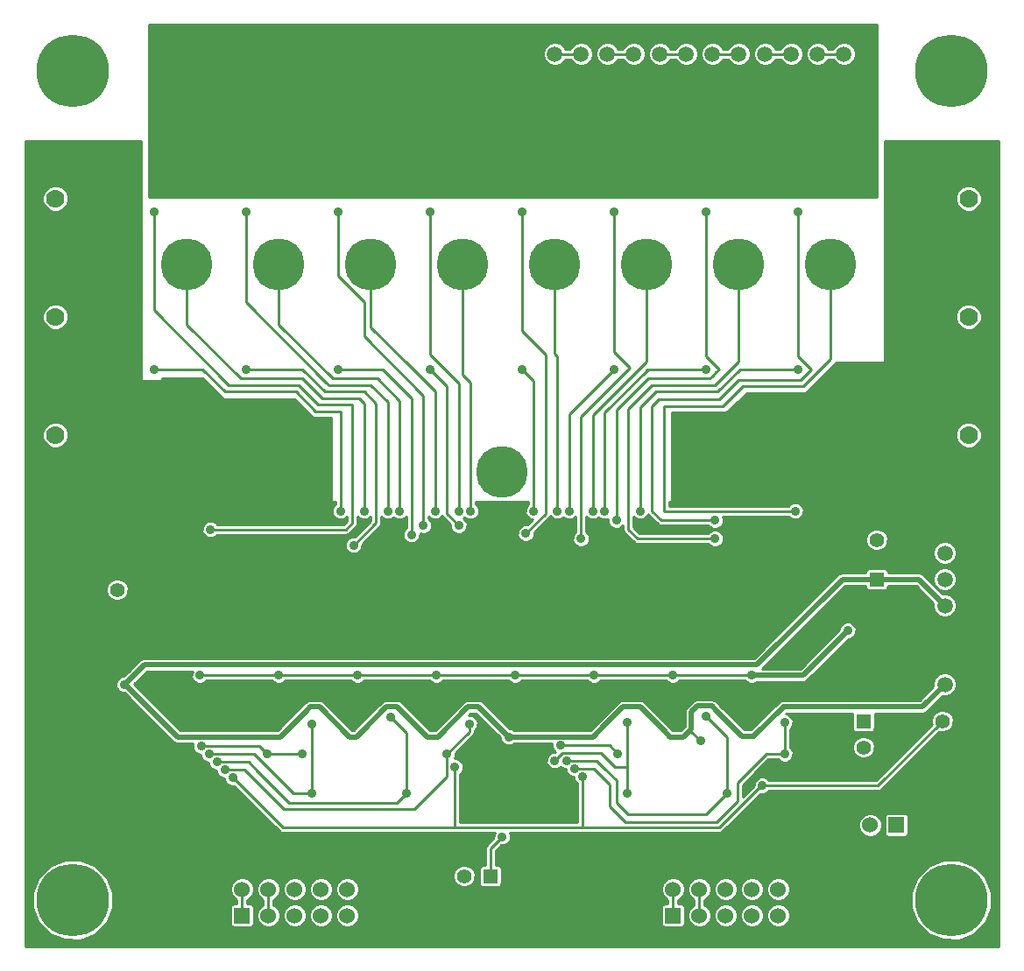
<source format=gbl>
G04 (created by PCBNEW (2013-07-07 BZR 4022)-stable) date 2015/05/03 21:07:57*
%MOIN*%
G04 Gerber Fmt 3.4, Leading zero omitted, Abs format*
%FSLAX34Y34*%
G01*
G70*
G90*
G04 APERTURE LIST*
%ADD10C,0.00590551*%
%ADD11C,0.19685*%
%ADD12C,0.0393701*%
%ADD13R,0.06X0.06*%
%ADD14C,0.06*%
%ADD15C,0.0590551*%
%ADD16R,0.055X0.055*%
%ADD17C,0.055*%
%ADD18R,0.07X0.07*%
%ADD19C,0.07*%
%ADD20C,0.275591*%
%ADD21C,0.035*%
%ADD22C,0.01*%
%ADD23C,0.019685*%
%ADD24C,0.0295276*%
G04 APERTURE END LIST*
G54D10*
G54D11*
X99000Y-54000D03*
G54D12*
X99700Y-54000D03*
X99000Y-53300D03*
X98500Y-53500D03*
X98300Y-54000D03*
X98500Y-54500D03*
X99000Y-54700D03*
X99500Y-54500D03*
X99500Y-53500D03*
G54D11*
X95500Y-54000D03*
G54D12*
X96200Y-54000D03*
X95500Y-53300D03*
X95000Y-53500D03*
X94800Y-54000D03*
X95000Y-54500D03*
X95500Y-54700D03*
X96000Y-54500D03*
X96000Y-53500D03*
G54D11*
X102500Y-54000D03*
G54D12*
X103200Y-54000D03*
X102500Y-53300D03*
X102000Y-53500D03*
X101800Y-54000D03*
X102000Y-54500D03*
X102500Y-54700D03*
X103000Y-54500D03*
X103000Y-53500D03*
G54D11*
X109500Y-54000D03*
G54D12*
X110200Y-54000D03*
X109500Y-53300D03*
X109000Y-53500D03*
X108800Y-54000D03*
X109000Y-54500D03*
X109500Y-54700D03*
X110000Y-54500D03*
X110000Y-53500D03*
G54D11*
X92000Y-54000D03*
G54D12*
X92700Y-54000D03*
X92000Y-53300D03*
X91500Y-53500D03*
X91300Y-54000D03*
X91500Y-54500D03*
X92000Y-54700D03*
X92500Y-54500D03*
X92500Y-53500D03*
G54D11*
X100500Y-46000D03*
G54D12*
X101200Y-46000D03*
X100500Y-45300D03*
X100000Y-45500D03*
X99800Y-46000D03*
X100000Y-46500D03*
X100500Y-46700D03*
X101000Y-46500D03*
X101000Y-45500D03*
G54D11*
X106000Y-54000D03*
G54D12*
X106700Y-54000D03*
X106000Y-53300D03*
X105500Y-53500D03*
X105300Y-54000D03*
X105500Y-54500D03*
X106000Y-54700D03*
X106500Y-54500D03*
X106500Y-53500D03*
G54D11*
X113000Y-54000D03*
G54D12*
X113700Y-54000D03*
X113000Y-53300D03*
X112500Y-53500D03*
X112300Y-54000D03*
X112500Y-54500D03*
X113000Y-54700D03*
X113500Y-54500D03*
X113500Y-53500D03*
G54D11*
X100500Y-61900D03*
G54D12*
X101200Y-61900D03*
X100500Y-61200D03*
X100000Y-61400D03*
X99800Y-61900D03*
X100000Y-62400D03*
X100500Y-62600D03*
X101000Y-62400D03*
X101000Y-61400D03*
G54D11*
X88500Y-54000D03*
G54D12*
X89200Y-54000D03*
X88500Y-53300D03*
X88000Y-53500D03*
X87800Y-54000D03*
X88000Y-54500D03*
X88500Y-54700D03*
X89000Y-54500D03*
X89000Y-53500D03*
G54D13*
X90600Y-78800D03*
G54D14*
X90600Y-77800D03*
X91600Y-78800D03*
X91600Y-77800D03*
X92600Y-78800D03*
X92600Y-77800D03*
X93600Y-78800D03*
X93600Y-77800D03*
X94600Y-78800D03*
X94600Y-77800D03*
G54D13*
X107000Y-78800D03*
G54D14*
X107000Y-77800D03*
X108000Y-78800D03*
X108000Y-77800D03*
X109000Y-78800D03*
X109000Y-77800D03*
X110000Y-78800D03*
X110000Y-77800D03*
X111000Y-78800D03*
X111000Y-77800D03*
G54D13*
X115500Y-75350D03*
G54D14*
X114500Y-75350D03*
G54D15*
X117350Y-70000D03*
X117350Y-69000D03*
X117350Y-67000D03*
X117350Y-66000D03*
X117350Y-65000D03*
G54D16*
X114250Y-71400D03*
G54D17*
X114250Y-72400D03*
X117250Y-72400D03*
X117250Y-71400D03*
G54D18*
X85500Y-56000D03*
G54D19*
X83500Y-56000D03*
G54D18*
X116250Y-51500D03*
G54D19*
X118250Y-51500D03*
G54D18*
X85500Y-60500D03*
G54D19*
X83500Y-60500D03*
G54D18*
X116250Y-56000D03*
G54D19*
X118250Y-56000D03*
G54D18*
X116250Y-60500D03*
G54D19*
X118250Y-60500D03*
G54D18*
X85500Y-51500D03*
G54D19*
X83500Y-51500D03*
G54D16*
X100050Y-77300D03*
G54D17*
X99050Y-77300D03*
G54D16*
X114750Y-66000D03*
G54D17*
X114750Y-64500D03*
G54D16*
X87350Y-66400D03*
G54D17*
X85850Y-66400D03*
G54D20*
X84150Y-78200D03*
X117600Y-78200D03*
X117600Y-46650D03*
X84150Y-46650D03*
G54D15*
X113500Y-46000D03*
X112500Y-46000D03*
X111500Y-46000D03*
X110500Y-46000D03*
X109500Y-46000D03*
X108500Y-46000D03*
X107500Y-46000D03*
X106500Y-46000D03*
X105500Y-46000D03*
X104500Y-46000D03*
X103500Y-46000D03*
X102500Y-46000D03*
X113500Y-47000D03*
X112500Y-47000D03*
X111500Y-47000D03*
X110500Y-47000D03*
X109500Y-47000D03*
X108500Y-47000D03*
X107500Y-47000D03*
X106500Y-47000D03*
X105500Y-47000D03*
X104500Y-47000D03*
X103500Y-47000D03*
X102500Y-47000D03*
X101500Y-47000D03*
X88000Y-46500D03*
X99500Y-47000D03*
X98500Y-47000D03*
X97500Y-47000D03*
X96500Y-47000D03*
X95500Y-47000D03*
X94500Y-47000D03*
X93500Y-47000D03*
X92500Y-47000D03*
X91500Y-47000D03*
X90500Y-47000D03*
X89500Y-47000D03*
X88500Y-47000D03*
X99000Y-46500D03*
X98000Y-46500D03*
X97000Y-46500D03*
X96000Y-46500D03*
X95000Y-46500D03*
X94000Y-46500D03*
X93000Y-46500D03*
X92000Y-46500D03*
X91000Y-46500D03*
X90000Y-46500D03*
X89000Y-46500D03*
X98500Y-46000D03*
X97500Y-46000D03*
X96500Y-46000D03*
X95500Y-46000D03*
X94500Y-46000D03*
X93500Y-46000D03*
X92500Y-46000D03*
X91500Y-46000D03*
X90500Y-46000D03*
X89500Y-46000D03*
X88500Y-46000D03*
X88000Y-45500D03*
X89000Y-45500D03*
X90000Y-45500D03*
X91000Y-45500D03*
X92000Y-45500D03*
X93000Y-45500D03*
X94000Y-45500D03*
X95000Y-45500D03*
X96000Y-45500D03*
X97000Y-45500D03*
X98000Y-45500D03*
X99000Y-45500D03*
X114000Y-46500D03*
X113000Y-46500D03*
X112000Y-46500D03*
X111000Y-46500D03*
X110000Y-46500D03*
X109000Y-46500D03*
X108000Y-46500D03*
X107000Y-46500D03*
X106000Y-46500D03*
X105000Y-46500D03*
X104000Y-46500D03*
X103000Y-46500D03*
X102000Y-46500D03*
X114000Y-45500D03*
X102000Y-45500D03*
X103000Y-45500D03*
X104000Y-45500D03*
X105000Y-45500D03*
X106000Y-45500D03*
X107000Y-45500D03*
X108000Y-45500D03*
X109000Y-45500D03*
X110000Y-45500D03*
X111000Y-45500D03*
X112000Y-45500D03*
X113000Y-45500D03*
G54D21*
X108050Y-72150D03*
X100750Y-72000D03*
X86125Y-70000D03*
X113650Y-67950D03*
X89000Y-69650D03*
X92000Y-69650D03*
X95000Y-69650D03*
X98000Y-69650D03*
X101000Y-69650D03*
X104000Y-69650D03*
X110000Y-69650D03*
X107000Y-69650D03*
X90250Y-73550D03*
X110400Y-73850D03*
X103550Y-73500D03*
X98700Y-73150D03*
G54D15*
X107500Y-62500D03*
X107500Y-61500D03*
X108000Y-60000D03*
X107500Y-60500D03*
X108500Y-62500D03*
X109500Y-62500D03*
X110500Y-62500D03*
X111500Y-62500D03*
X112500Y-62500D03*
X113500Y-62500D03*
X113000Y-59000D03*
X114000Y-59000D03*
X114000Y-60000D03*
X114000Y-61000D03*
X114000Y-62000D03*
X113500Y-60500D03*
X113500Y-59500D03*
X113000Y-60000D03*
X113000Y-61000D03*
X113500Y-61500D03*
X113000Y-62000D03*
X92000Y-61500D03*
X92000Y-62500D03*
X93000Y-62500D03*
X93000Y-61500D03*
X93000Y-60500D03*
X92500Y-60000D03*
X92000Y-60500D03*
X91500Y-60000D03*
X92000Y-59500D03*
X91000Y-59500D03*
X91000Y-60500D03*
X91000Y-61500D03*
X91000Y-62500D03*
X90000Y-62500D03*
X90000Y-61500D03*
X90000Y-60500D03*
X90000Y-59500D03*
X89000Y-59500D03*
X89000Y-60500D03*
X89000Y-61500D03*
X89000Y-62500D03*
X88000Y-62500D03*
X88000Y-61500D03*
X88000Y-60500D03*
X88000Y-59500D03*
X112500Y-61500D03*
X112500Y-60500D03*
X112500Y-59500D03*
X111500Y-59500D03*
X110500Y-59500D03*
X109000Y-60000D03*
X110000Y-60000D03*
X111000Y-60000D03*
X110500Y-60500D03*
X109500Y-60500D03*
X108500Y-60500D03*
X108500Y-61500D03*
X109500Y-61500D03*
X110500Y-61500D03*
X111500Y-61500D03*
X111500Y-60500D03*
G54D21*
X109850Y-76675D03*
G54D15*
X112000Y-60000D03*
X112000Y-61000D03*
X112000Y-62000D03*
X111000Y-61000D03*
X110000Y-61000D03*
X109000Y-61000D03*
X108000Y-61000D03*
X108000Y-62000D03*
X109000Y-62000D03*
X110000Y-62000D03*
X111000Y-62000D03*
X91500Y-62000D03*
X91500Y-61000D03*
X93500Y-62000D03*
X92500Y-62000D03*
X92500Y-61000D03*
X93500Y-61000D03*
G54D21*
X101525Y-72700D03*
X101000Y-71375D03*
X110000Y-71375D03*
X107000Y-71375D03*
X104000Y-71375D03*
X98000Y-71375D03*
X95000Y-71375D03*
X92000Y-71375D03*
X89000Y-71375D03*
X112250Y-70050D03*
X106250Y-70050D03*
X100250Y-70050D03*
X94250Y-70050D03*
X91250Y-70050D03*
X97250Y-70050D03*
X103250Y-70050D03*
X109250Y-70050D03*
X86875Y-70000D03*
G54D15*
X87500Y-59000D03*
X87500Y-60000D03*
X87500Y-61000D03*
X87500Y-62000D03*
X88500Y-62000D03*
X88500Y-61000D03*
X88500Y-60000D03*
X88500Y-59000D03*
X89500Y-60000D03*
X89500Y-61000D03*
X89500Y-62000D03*
X90500Y-62000D03*
X90500Y-61000D03*
X90500Y-60000D03*
G54D21*
X100500Y-75800D03*
X89050Y-72350D03*
X91550Y-72650D03*
X92900Y-72650D03*
X89350Y-72650D03*
X93250Y-71500D03*
X93250Y-74150D03*
X89650Y-72950D03*
X96250Y-71250D03*
X96850Y-74150D03*
X89950Y-73250D03*
X99250Y-71500D03*
X98400Y-72650D03*
X102725Y-72325D03*
X104900Y-72650D03*
X102500Y-72900D03*
X105250Y-71450D03*
X105250Y-74150D03*
X102950Y-72900D03*
X108250Y-71200D03*
X109050Y-74150D03*
X103250Y-73200D03*
X111250Y-71450D03*
X111250Y-72650D03*
X101250Y-52000D03*
X101400Y-64250D03*
X102600Y-63400D03*
X103050Y-63400D03*
X104750Y-58000D03*
X98850Y-63950D03*
X97750Y-58000D03*
X103950Y-63400D03*
X103500Y-64450D03*
X104750Y-52000D03*
X94850Y-64700D03*
X90750Y-58000D03*
X90750Y-52000D03*
X96150Y-63400D03*
X98850Y-63400D03*
X97750Y-52000D03*
X99300Y-63400D03*
X105750Y-63400D03*
X111750Y-58000D03*
X108600Y-63750D03*
X111750Y-52000D03*
X111650Y-63400D03*
X96600Y-63400D03*
X94250Y-58000D03*
X97050Y-64300D03*
X87250Y-58000D03*
X94350Y-63400D03*
X89400Y-64100D03*
X87250Y-52000D03*
X95250Y-63400D03*
X97500Y-63950D03*
X94250Y-52000D03*
X104850Y-63750D03*
X108250Y-52000D03*
X104400Y-63400D03*
X108250Y-58000D03*
X108600Y-64450D03*
X97950Y-63400D03*
X101250Y-58000D03*
X101700Y-63400D03*
G54D22*
X112500Y-46000D02*
X113500Y-46000D01*
X110500Y-46000D02*
X111500Y-46000D01*
X108500Y-46000D02*
X109500Y-46000D01*
X106500Y-46000D02*
X107500Y-46000D01*
X104500Y-46000D02*
X105500Y-46000D01*
X102500Y-46000D02*
X103500Y-46000D01*
X111500Y-47000D02*
X112500Y-47000D01*
X109500Y-47000D02*
X110500Y-47000D01*
X107500Y-47000D02*
X108500Y-47000D01*
X105500Y-47000D02*
X106500Y-47000D01*
X103500Y-47000D02*
X104500Y-47000D01*
X101500Y-47000D02*
X102500Y-47000D01*
X98500Y-47000D02*
X99500Y-47000D01*
X96500Y-47000D02*
X97500Y-47000D01*
X94500Y-47000D02*
X95500Y-47000D01*
X92500Y-47000D02*
X93500Y-47000D01*
X90500Y-47000D02*
X91500Y-47000D01*
X88500Y-47000D02*
X89500Y-47000D01*
X88000Y-46500D02*
X88500Y-46000D01*
X99000Y-46500D02*
X98000Y-46500D01*
X97000Y-46500D02*
X96000Y-46500D01*
X95000Y-46500D02*
X94000Y-46500D01*
X93000Y-46500D02*
X92000Y-46500D01*
X91000Y-46500D02*
X90000Y-46500D01*
X89000Y-46500D02*
X88000Y-46500D01*
X97500Y-46000D02*
X98500Y-46000D01*
X95500Y-46000D02*
X96500Y-46000D01*
X93500Y-46000D02*
X94500Y-46000D01*
X91500Y-46000D02*
X92500Y-46000D01*
X89500Y-46000D02*
X90500Y-46000D01*
X89000Y-45500D02*
X88000Y-45500D01*
X91000Y-45500D02*
X90000Y-45500D01*
X93000Y-45500D02*
X92000Y-45500D01*
X95000Y-45500D02*
X94000Y-45500D01*
X97000Y-45500D02*
X96000Y-45500D01*
X99000Y-45500D02*
X98000Y-45500D01*
X102000Y-45500D02*
X102000Y-46500D01*
X113000Y-46500D02*
X114000Y-46500D01*
X111000Y-46500D02*
X112000Y-46500D01*
X109000Y-46500D02*
X110000Y-46500D01*
X107000Y-46500D02*
X108000Y-46500D01*
X105000Y-46500D02*
X106000Y-46500D01*
X103000Y-46500D02*
X104000Y-46500D01*
X102000Y-45500D02*
X103000Y-45500D01*
X104000Y-45500D02*
X105000Y-45500D01*
X106000Y-45500D02*
X107000Y-45500D01*
X108000Y-45500D02*
X109000Y-45500D01*
X110000Y-45500D02*
X111000Y-45500D01*
X112000Y-45500D02*
X113000Y-45500D01*
X108000Y-77800D02*
X108000Y-78800D01*
X91600Y-77800D02*
X91600Y-78800D01*
G54D23*
X114750Y-66000D02*
X113450Y-66000D01*
X86875Y-69250D02*
X86125Y-70000D01*
X86875Y-69250D02*
X110200Y-69250D01*
X110200Y-69250D02*
X113450Y-66000D01*
G54D22*
X107700Y-71800D02*
X107700Y-71700D01*
X108050Y-72150D02*
X107700Y-71800D01*
G54D23*
X114200Y-70850D02*
X116500Y-70850D01*
X111200Y-70850D02*
X114200Y-70850D01*
X116500Y-70850D02*
X117350Y-70000D01*
X106650Y-71750D02*
X106900Y-72000D01*
X107400Y-72000D02*
X107700Y-71700D01*
X106900Y-72000D02*
X107400Y-72000D01*
X106250Y-71350D02*
X106650Y-71750D01*
X104425Y-71525D02*
X104925Y-71025D01*
X103950Y-72000D02*
X104425Y-71525D01*
X100750Y-72000D02*
X103950Y-72000D01*
X105100Y-70850D02*
X105750Y-70850D01*
X105750Y-70850D02*
X106250Y-71350D01*
X104925Y-71025D02*
X105100Y-70850D01*
X107925Y-70825D02*
X108025Y-70825D01*
X107700Y-71050D02*
X107925Y-70825D01*
X107700Y-71700D02*
X107700Y-71150D01*
X107700Y-71150D02*
X107700Y-71050D01*
X109625Y-71975D02*
X110100Y-71975D01*
X110100Y-71975D02*
X110100Y-71950D01*
X108625Y-70975D02*
X109625Y-71975D01*
X108475Y-70825D02*
X108625Y-70975D01*
X108025Y-70825D02*
X108475Y-70825D01*
X110100Y-71950D02*
X111175Y-70875D01*
X86150Y-70000D02*
X88150Y-72000D01*
X93050Y-71000D02*
X93200Y-70850D01*
X94950Y-72000D02*
X95150Y-71800D01*
X94700Y-72000D02*
X94950Y-72000D01*
X93550Y-70850D02*
X94700Y-72000D01*
X93200Y-70850D02*
X93550Y-70850D01*
X95150Y-71800D02*
X96100Y-70850D01*
X96100Y-70850D02*
X96500Y-70850D01*
X96500Y-70850D02*
X97650Y-72000D01*
X97650Y-72000D02*
X98050Y-72000D01*
X98050Y-72000D02*
X99200Y-70850D01*
X99200Y-70850D02*
X99600Y-70850D01*
X99600Y-70850D02*
X100750Y-72000D01*
X86125Y-70000D02*
X86150Y-70000D01*
X92050Y-72000D02*
X93050Y-71000D01*
X88150Y-72000D02*
X92050Y-72000D01*
X108025Y-70825D02*
X108025Y-70825D01*
X114750Y-66000D02*
X116350Y-66000D01*
X116350Y-66000D02*
X117350Y-67000D01*
X110000Y-69650D02*
X111950Y-69650D01*
X111950Y-69650D02*
X113650Y-67950D01*
G54D22*
X92000Y-69650D02*
X89000Y-69650D01*
X95000Y-69650D02*
X92000Y-69650D01*
X98000Y-69650D02*
X95000Y-69650D01*
X101000Y-69650D02*
X98000Y-69650D01*
X104000Y-69650D02*
X101000Y-69650D01*
X107000Y-69650D02*
X104000Y-69650D01*
X110000Y-69650D02*
X107000Y-69650D01*
X113850Y-73850D02*
X114800Y-73850D01*
X110400Y-73850D02*
X113850Y-73850D01*
X114800Y-73850D02*
X117250Y-71400D01*
X98700Y-75450D02*
X92150Y-75450D01*
X90250Y-73550D02*
X92150Y-75450D01*
X103550Y-75450D02*
X108750Y-75450D01*
X110400Y-73850D02*
X110350Y-73850D01*
X110350Y-73850D02*
X108750Y-75450D01*
X103550Y-73500D02*
X103550Y-75450D01*
X98700Y-73150D02*
X98700Y-75450D01*
X103550Y-75450D02*
X98700Y-75450D01*
X107500Y-60500D02*
X107500Y-61500D01*
X108500Y-60500D02*
X107500Y-60500D01*
X108500Y-62500D02*
X109500Y-62500D01*
X110500Y-62500D02*
X111500Y-62500D01*
X112500Y-62500D02*
X113500Y-62500D01*
X114000Y-60000D02*
X114000Y-59000D01*
X114000Y-62000D02*
X114000Y-61000D01*
X113500Y-59500D02*
X113500Y-60500D01*
X113000Y-61000D02*
X113000Y-60000D01*
X113000Y-62000D02*
X113500Y-61500D01*
X87500Y-59000D02*
X88000Y-59500D01*
X92000Y-62500D02*
X92000Y-61500D01*
X93000Y-61500D02*
X93000Y-62500D01*
X92500Y-60000D02*
X93000Y-60500D01*
X91500Y-60000D02*
X92000Y-60500D01*
X91000Y-59500D02*
X92000Y-59500D01*
X91000Y-61500D02*
X91000Y-60500D01*
X90000Y-62500D02*
X91000Y-62500D01*
X90000Y-60500D02*
X90000Y-61500D01*
X89000Y-59500D02*
X90000Y-59500D01*
X89000Y-61500D02*
X89000Y-60500D01*
X88000Y-62500D02*
X89000Y-62500D01*
X88000Y-60500D02*
X88000Y-61500D01*
X112500Y-59500D02*
X112500Y-60500D01*
X110500Y-59500D02*
X111500Y-59500D01*
X110000Y-60000D02*
X109000Y-60000D01*
X110500Y-60500D02*
X111000Y-60000D01*
X108500Y-60500D02*
X109500Y-60500D01*
X108000Y-62000D02*
X108500Y-61500D01*
X109500Y-61500D02*
X110500Y-61500D01*
X111500Y-61500D02*
X111500Y-60500D01*
X115400Y-74250D02*
X117250Y-72400D01*
X112275Y-74250D02*
X115400Y-74250D01*
X109850Y-76675D02*
X112275Y-74250D01*
X112000Y-61000D02*
X112000Y-62000D01*
X110000Y-61000D02*
X111000Y-61000D01*
X108000Y-61000D02*
X109000Y-61000D01*
X109000Y-62000D02*
X108000Y-62000D01*
X111000Y-62000D02*
X110000Y-62000D01*
X91500Y-62000D02*
X91500Y-61000D01*
X92500Y-62000D02*
X92500Y-61000D01*
X93500Y-61000D02*
X93500Y-62000D01*
X117250Y-72400D02*
X118050Y-71600D01*
X118050Y-71600D02*
X118050Y-69700D01*
X118050Y-69700D02*
X117350Y-69000D01*
X101525Y-72700D02*
X101550Y-72700D01*
G54D24*
X101000Y-71375D02*
X101000Y-71400D01*
G54D22*
X101000Y-70050D02*
X101000Y-71375D01*
X110000Y-71375D02*
X110000Y-70050D01*
G54D24*
X110000Y-71400D02*
X110000Y-71375D01*
G54D22*
X110000Y-70050D02*
X109950Y-70050D01*
X107000Y-70050D02*
X107000Y-71375D01*
G54D24*
X107000Y-71375D02*
X107000Y-71400D01*
G54D22*
X104000Y-70050D02*
X104000Y-71375D01*
G54D24*
X104000Y-71375D02*
X104000Y-71400D01*
G54D22*
X98000Y-70050D02*
X98000Y-71375D01*
G54D24*
X98000Y-71375D02*
X98000Y-71400D01*
G54D22*
X95000Y-70050D02*
X95000Y-71375D01*
G54D24*
X95000Y-71375D02*
X95000Y-71400D01*
G54D22*
X92000Y-70050D02*
X92000Y-71375D01*
G54D24*
X92000Y-71375D02*
X92000Y-71400D01*
G54D22*
X89000Y-71375D02*
X89000Y-70050D01*
G54D24*
X89000Y-71400D02*
X89000Y-71375D01*
G54D22*
X89000Y-70050D02*
X89050Y-70050D01*
G54D23*
X91250Y-70050D02*
X89050Y-70050D01*
X89050Y-70050D02*
X86925Y-70050D01*
X117350Y-69000D02*
X116300Y-70050D01*
X112250Y-70050D02*
X109950Y-70050D01*
X109950Y-70050D02*
X109250Y-70050D01*
X106250Y-70050D02*
X104000Y-70050D01*
X104000Y-70050D02*
X103250Y-70050D01*
X100250Y-70050D02*
X98000Y-70050D01*
X98000Y-70050D02*
X97250Y-70050D01*
X91250Y-70050D02*
X92000Y-70050D01*
X92000Y-70050D02*
X94250Y-70050D01*
X97250Y-70050D02*
X95000Y-70050D01*
X95000Y-70050D02*
X94250Y-70050D01*
X103250Y-70050D02*
X101000Y-70050D01*
X101000Y-70050D02*
X100250Y-70050D01*
X109250Y-70050D02*
X107000Y-70050D01*
X107000Y-70050D02*
X106250Y-70050D01*
X112250Y-70050D02*
X116300Y-70050D01*
X86925Y-70050D02*
X86875Y-70000D01*
G54D22*
X86875Y-70000D02*
X86850Y-70000D01*
X87500Y-59000D02*
X87500Y-60000D01*
X87500Y-61000D02*
X87500Y-62000D01*
X88500Y-62000D02*
X88500Y-61000D01*
X88500Y-60000D02*
X88500Y-59000D01*
X89500Y-60000D02*
X89500Y-61000D01*
X89500Y-62000D02*
X90500Y-62000D01*
X90500Y-61000D02*
X90500Y-60000D01*
X100050Y-77300D02*
X100050Y-76250D01*
X100050Y-76250D02*
X100500Y-75800D01*
X107000Y-77800D02*
X107000Y-78800D01*
X90600Y-77800D02*
X90600Y-78800D01*
X91550Y-72650D02*
X91250Y-72350D01*
X91250Y-72350D02*
X89050Y-72350D01*
X92900Y-72650D02*
X91550Y-72650D01*
X91350Y-72950D02*
X91050Y-72650D01*
X89300Y-72650D02*
X89350Y-72650D01*
X91050Y-72650D02*
X89300Y-72650D01*
X92550Y-74150D02*
X93250Y-74150D01*
X91350Y-72950D02*
X92550Y-74150D01*
X93250Y-74150D02*
X93250Y-71950D01*
X93250Y-71950D02*
X93250Y-72000D01*
X93250Y-71500D02*
X93250Y-71950D01*
X91200Y-73300D02*
X90850Y-72950D01*
X90850Y-72950D02*
X89650Y-72950D01*
X96500Y-74500D02*
X96850Y-74150D01*
X92400Y-74500D02*
X96500Y-74500D01*
X91200Y-73300D02*
X92400Y-74500D01*
X96250Y-71250D02*
X96850Y-71850D01*
X96850Y-74150D02*
X96850Y-72450D01*
X96850Y-72450D02*
X96850Y-72500D01*
X96850Y-71850D02*
X96850Y-72400D01*
X96850Y-72400D02*
X96850Y-72450D01*
X91050Y-73600D02*
X90700Y-73250D01*
X90700Y-73250D02*
X89950Y-73250D01*
X98400Y-73500D02*
X98400Y-72650D01*
X97150Y-74750D02*
X98400Y-73500D01*
X92200Y-74750D02*
X97150Y-74750D01*
X91050Y-73600D02*
X92200Y-74750D01*
X99250Y-71500D02*
X99250Y-71800D01*
X99250Y-71800D02*
X98400Y-72650D01*
X104900Y-72650D02*
X104575Y-72325D01*
X104575Y-72325D02*
X102725Y-72325D01*
X102500Y-72900D02*
X102800Y-72600D01*
X104250Y-72600D02*
X104550Y-72900D01*
X102800Y-72600D02*
X104250Y-72600D01*
X104800Y-73150D02*
X105250Y-73150D01*
X104550Y-72900D02*
X104800Y-73150D01*
X105250Y-71450D02*
X105250Y-71400D01*
X105250Y-71400D02*
X105250Y-73150D01*
X105250Y-73150D02*
X105250Y-74150D01*
X104400Y-73200D02*
X104100Y-72900D01*
X104100Y-72900D02*
X102950Y-72900D01*
X108250Y-74950D02*
X109050Y-74150D01*
X105300Y-74950D02*
X108250Y-74950D01*
X104850Y-74500D02*
X105300Y-74950D01*
X104850Y-73650D02*
X104850Y-74500D01*
X104400Y-73200D02*
X104850Y-73650D01*
X108250Y-71200D02*
X109050Y-72000D01*
X109050Y-72000D02*
X109050Y-74150D01*
X110050Y-73150D02*
X110550Y-72650D01*
X111250Y-72650D02*
X110550Y-72650D01*
X109450Y-73750D02*
X109450Y-74450D01*
X110050Y-73150D02*
X109450Y-73750D01*
X104300Y-73500D02*
X104000Y-73200D01*
X104000Y-73200D02*
X103250Y-73200D01*
X109325Y-74575D02*
X108650Y-75250D01*
X104300Y-73500D02*
X104600Y-73800D01*
X104600Y-73800D02*
X104600Y-74650D01*
X104600Y-74650D02*
X105200Y-75250D01*
X105200Y-75250D02*
X108650Y-75250D01*
X109325Y-74575D02*
X109450Y-74450D01*
X111250Y-71450D02*
X111250Y-72650D01*
X102150Y-63000D02*
X102150Y-62100D01*
X102150Y-62100D02*
X102150Y-57450D01*
X102150Y-57450D02*
X102050Y-57350D01*
X101250Y-52000D02*
X101250Y-56550D01*
X101250Y-56550D02*
X102050Y-57350D01*
X102150Y-63000D02*
X102150Y-63300D01*
X102150Y-63500D02*
X101400Y-64250D01*
X102150Y-63300D02*
X102150Y-63500D01*
X102600Y-63000D02*
X102600Y-63400D01*
X102600Y-63000D02*
X102600Y-59100D01*
X102600Y-57500D02*
X102500Y-57400D01*
X102500Y-54000D02*
X102500Y-57400D01*
X102600Y-59100D02*
X102600Y-57500D01*
X103050Y-63000D02*
X103050Y-59700D01*
X104750Y-58000D02*
X103050Y-59700D01*
X103050Y-63400D02*
X103050Y-63000D01*
X98400Y-63400D02*
X98400Y-63500D01*
X98400Y-63500D02*
X98850Y-63950D01*
X98400Y-63000D02*
X98400Y-63400D01*
X97750Y-58000D02*
X98400Y-58650D01*
X98400Y-58650D02*
X98400Y-63000D01*
X103950Y-63000D02*
X103950Y-63400D01*
X106000Y-57700D02*
X106000Y-57250D01*
X106000Y-54000D02*
X106000Y-57250D01*
X103950Y-63000D02*
X103950Y-59750D01*
X106000Y-57700D02*
X103950Y-59750D01*
X103500Y-63000D02*
X103500Y-64450D01*
X104850Y-58450D02*
X103500Y-59800D01*
X105025Y-58275D02*
X105350Y-57950D01*
X104750Y-57350D02*
X104750Y-57000D01*
X105350Y-57950D02*
X104750Y-57350D01*
X105025Y-58275D02*
X104850Y-58450D01*
X104750Y-52000D02*
X104750Y-57000D01*
X103500Y-59800D02*
X103500Y-63000D01*
X95700Y-63000D02*
X95700Y-63850D01*
X95250Y-58850D02*
X95700Y-59300D01*
X95700Y-59300D02*
X95700Y-63000D01*
X92900Y-58000D02*
X93750Y-58850D01*
X92900Y-58000D02*
X90750Y-58000D01*
X93750Y-58850D02*
X95250Y-58850D01*
X95700Y-63850D02*
X94850Y-64700D01*
X96150Y-63000D02*
X96150Y-63400D01*
X95500Y-58600D02*
X96150Y-59250D01*
X96150Y-59250D02*
X96150Y-63000D01*
X93850Y-58550D02*
X93900Y-58600D01*
X93800Y-58500D02*
X93850Y-58550D01*
X90750Y-52000D02*
X90750Y-55450D01*
X93800Y-58500D02*
X90750Y-55450D01*
X93900Y-58600D02*
X95500Y-58600D01*
X98850Y-63000D02*
X98850Y-63400D01*
X97750Y-52000D02*
X97750Y-54450D01*
X97750Y-57450D02*
X98850Y-58550D01*
X97750Y-54450D02*
X97750Y-57450D01*
X98850Y-58550D02*
X98850Y-63000D01*
X99300Y-62100D02*
X99300Y-63400D01*
X99000Y-58200D02*
X99300Y-58500D01*
X99000Y-54000D02*
X99000Y-58200D01*
X99300Y-59900D02*
X99300Y-62100D01*
X99300Y-59900D02*
X99300Y-58500D01*
X108700Y-58850D02*
X106350Y-58850D01*
X106350Y-58850D02*
X105750Y-59450D01*
X105750Y-63000D02*
X105750Y-59450D01*
X111750Y-58000D02*
X109550Y-58000D01*
X109550Y-58000D02*
X108700Y-58850D01*
X105750Y-63400D02*
X105750Y-63000D01*
X107400Y-63750D02*
X108600Y-63750D01*
X106200Y-63400D02*
X106550Y-63750D01*
X106550Y-63750D02*
X107400Y-63750D01*
X106200Y-63000D02*
X106200Y-63400D01*
X106200Y-59400D02*
X106200Y-63000D01*
X111850Y-58400D02*
X112250Y-58000D01*
X108750Y-59150D02*
X106450Y-59150D01*
X109500Y-58400D02*
X108750Y-59150D01*
X111850Y-58400D02*
X109500Y-58400D01*
X111750Y-57500D02*
X111750Y-57350D01*
X111750Y-52000D02*
X111750Y-57350D01*
X112250Y-58000D02*
X111750Y-57500D01*
X106200Y-59400D02*
X106450Y-59150D01*
X106650Y-63000D02*
X106650Y-63400D01*
X106650Y-63400D02*
X111650Y-63400D01*
X106650Y-59650D02*
X106650Y-59400D01*
X106650Y-59400D02*
X106900Y-59400D01*
X106650Y-62700D02*
X106650Y-59650D01*
X113000Y-54000D02*
X113000Y-57600D01*
X113000Y-57600D02*
X111950Y-58650D01*
X111950Y-58650D02*
X109650Y-58650D01*
X109650Y-58650D02*
X108900Y-59400D01*
X108900Y-59400D02*
X106900Y-59400D01*
X106650Y-62700D02*
X106650Y-63000D01*
X106650Y-63000D02*
X106650Y-63000D01*
X95750Y-58350D02*
X96600Y-59200D01*
X96600Y-59200D02*
X96600Y-63000D01*
X92000Y-56300D02*
X92000Y-54000D01*
X92000Y-56300D02*
X94050Y-58350D01*
X94050Y-58350D02*
X95750Y-58350D01*
X96600Y-63000D02*
X96600Y-63400D01*
X97050Y-63500D02*
X97050Y-64300D01*
X95050Y-58000D02*
X95950Y-58000D01*
X94250Y-58000D02*
X95000Y-58000D01*
X95000Y-58000D02*
X95050Y-58000D01*
X97050Y-59100D02*
X97050Y-63000D01*
X95950Y-58000D02*
X97050Y-59100D01*
X97050Y-63000D02*
X97050Y-63500D01*
X94350Y-63000D02*
X94350Y-63400D01*
X94350Y-59600D02*
X94350Y-63000D01*
X87250Y-58000D02*
X89100Y-58000D01*
X89100Y-58000D02*
X89950Y-58850D01*
X89950Y-58850D02*
X92650Y-58850D01*
X92650Y-58850D02*
X93400Y-59600D01*
X93400Y-59600D02*
X94350Y-59600D01*
X94550Y-64100D02*
X89400Y-64100D01*
X93500Y-59350D02*
X94800Y-59350D01*
X90100Y-58600D02*
X92750Y-58600D01*
X87250Y-55750D02*
X90100Y-58600D01*
X87250Y-55750D02*
X87250Y-52000D01*
X92750Y-58600D02*
X93500Y-59350D01*
X94800Y-59350D02*
X94800Y-63000D01*
X94800Y-63000D02*
X94800Y-63850D01*
X94800Y-63850D02*
X94550Y-64100D01*
X95250Y-63000D02*
X95250Y-63400D01*
X95050Y-59100D02*
X95250Y-59300D01*
X95250Y-59300D02*
X95250Y-63000D01*
X92900Y-58350D02*
X93650Y-59100D01*
X90550Y-58350D02*
X92900Y-58350D01*
X88500Y-54000D02*
X88500Y-56300D01*
X88500Y-56300D02*
X90550Y-58350D01*
X93650Y-59100D02*
X95050Y-59100D01*
X95250Y-56500D02*
X95250Y-56750D01*
X97500Y-59000D02*
X97500Y-63000D01*
X95250Y-56750D02*
X97500Y-59000D01*
X95250Y-56500D02*
X95250Y-56350D01*
X95250Y-55600D02*
X95250Y-55450D01*
X95250Y-56350D02*
X95250Y-55600D01*
X95250Y-55450D02*
X94250Y-54450D01*
X94250Y-52000D02*
X94250Y-54450D01*
X97500Y-63000D02*
X97500Y-63950D01*
X106050Y-58350D02*
X104850Y-59550D01*
X104850Y-63000D02*
X104850Y-63750D01*
X104850Y-59550D02*
X104850Y-63000D01*
X106050Y-58350D02*
X106050Y-58350D01*
X108400Y-58350D02*
X106050Y-58350D01*
X108475Y-58275D02*
X108400Y-58350D01*
X108625Y-58125D02*
X108750Y-58000D01*
X108750Y-58000D02*
X108600Y-57850D01*
X108475Y-58275D02*
X108625Y-58125D01*
X108550Y-58200D02*
X108475Y-58275D01*
X108250Y-57500D02*
X108250Y-52000D01*
X108250Y-57500D02*
X108600Y-57850D01*
X104400Y-63400D02*
X104400Y-63000D01*
X106050Y-58000D02*
X104400Y-59650D01*
X104400Y-59650D02*
X104400Y-63000D01*
X106000Y-58000D02*
X106050Y-58000D01*
X106050Y-58000D02*
X106000Y-58000D01*
X108250Y-58000D02*
X106050Y-58000D01*
X108600Y-64450D02*
X105650Y-64450D01*
X105300Y-64100D02*
X105650Y-64450D01*
X106200Y-58600D02*
X108600Y-58600D01*
X106200Y-58600D02*
X105300Y-59500D01*
X105300Y-63000D02*
X105300Y-59500D01*
X109500Y-54000D02*
X109500Y-57700D01*
X109500Y-57700D02*
X108600Y-58600D01*
X105300Y-63000D02*
X105300Y-64100D01*
X97950Y-63000D02*
X97950Y-63400D01*
X96950Y-57850D02*
X95500Y-56400D01*
X95500Y-54000D02*
X95500Y-56250D01*
X97950Y-63000D02*
X97950Y-58850D01*
X96950Y-57850D02*
X97950Y-58850D01*
X95500Y-56400D02*
X95500Y-56250D01*
X101700Y-63150D02*
X101700Y-63400D01*
X101700Y-62100D02*
X101700Y-58450D01*
X101250Y-58000D02*
X101700Y-58450D01*
X101700Y-62100D02*
X101700Y-63150D01*
G54D10*
G36*
X103350Y-75250D02*
X98900Y-75250D01*
X98900Y-73409D01*
X98975Y-73334D01*
X99024Y-73214D01*
X99025Y-73085D01*
X98975Y-72966D01*
X98884Y-72874D01*
X98764Y-72825D01*
X98679Y-72824D01*
X98724Y-72714D01*
X98725Y-72607D01*
X99391Y-71941D01*
X99434Y-71876D01*
X99434Y-71876D01*
X99450Y-71800D01*
X99450Y-71759D01*
X99525Y-71684D01*
X99574Y-71564D01*
X99575Y-71435D01*
X99525Y-71316D01*
X99434Y-71224D01*
X99314Y-71175D01*
X99226Y-71174D01*
X99302Y-71098D01*
X99497Y-71098D01*
X100424Y-72026D01*
X100424Y-72064D01*
X100474Y-72183D01*
X100565Y-72275D01*
X100685Y-72324D01*
X100814Y-72325D01*
X100933Y-72275D01*
X100961Y-72248D01*
X102404Y-72248D01*
X102400Y-72260D01*
X102399Y-72389D01*
X102449Y-72508D01*
X102515Y-72575D01*
X102435Y-72574D01*
X102316Y-72624D01*
X102224Y-72715D01*
X102175Y-72835D01*
X102174Y-72964D01*
X102224Y-73083D01*
X102315Y-73175D01*
X102435Y-73224D01*
X102564Y-73225D01*
X102683Y-73175D01*
X102724Y-73134D01*
X102765Y-73175D01*
X102885Y-73224D01*
X102924Y-73224D01*
X102924Y-73264D01*
X102974Y-73383D01*
X103065Y-73475D01*
X103185Y-73524D01*
X103224Y-73524D01*
X103224Y-73564D01*
X103274Y-73683D01*
X103350Y-73759D01*
X103350Y-75250D01*
X103350Y-75250D01*
G37*
G54D22*
X103350Y-75250D02*
X98900Y-75250D01*
X98900Y-73409D01*
X98975Y-73334D01*
X99024Y-73214D01*
X99025Y-73085D01*
X98975Y-72966D01*
X98884Y-72874D01*
X98764Y-72825D01*
X98679Y-72824D01*
X98724Y-72714D01*
X98725Y-72607D01*
X99391Y-71941D01*
X99434Y-71876D01*
X99434Y-71876D01*
X99450Y-71800D01*
X99450Y-71759D01*
X99525Y-71684D01*
X99574Y-71564D01*
X99575Y-71435D01*
X99525Y-71316D01*
X99434Y-71224D01*
X99314Y-71175D01*
X99226Y-71174D01*
X99302Y-71098D01*
X99497Y-71098D01*
X100424Y-72026D01*
X100424Y-72064D01*
X100474Y-72183D01*
X100565Y-72275D01*
X100685Y-72324D01*
X100814Y-72325D01*
X100933Y-72275D01*
X100961Y-72248D01*
X102404Y-72248D01*
X102400Y-72260D01*
X102399Y-72389D01*
X102449Y-72508D01*
X102515Y-72575D01*
X102435Y-72574D01*
X102316Y-72624D01*
X102224Y-72715D01*
X102175Y-72835D01*
X102174Y-72964D01*
X102224Y-73083D01*
X102315Y-73175D01*
X102435Y-73224D01*
X102564Y-73225D01*
X102683Y-73175D01*
X102724Y-73134D01*
X102765Y-73175D01*
X102885Y-73224D01*
X102924Y-73224D01*
X102924Y-73264D01*
X102974Y-73383D01*
X103065Y-73475D01*
X103185Y-73524D01*
X103224Y-73524D01*
X103224Y-73564D01*
X103274Y-73683D01*
X103350Y-73759D01*
X103350Y-75250D01*
G54D10*
G36*
X119380Y-79980D02*
X119128Y-79980D01*
X119128Y-77897D01*
X118896Y-77335D01*
X118750Y-77189D01*
X118750Y-60400D01*
X118750Y-55900D01*
X118750Y-51400D01*
X118674Y-51217D01*
X118533Y-51076D01*
X118349Y-51000D01*
X118150Y-50999D01*
X117967Y-51075D01*
X117826Y-51216D01*
X117750Y-51400D01*
X117749Y-51599D01*
X117825Y-51782D01*
X117966Y-51923D01*
X118150Y-51999D01*
X118349Y-52000D01*
X118532Y-51924D01*
X118673Y-51783D01*
X118749Y-51599D01*
X118750Y-51400D01*
X118750Y-55900D01*
X118674Y-55717D01*
X118533Y-55576D01*
X118349Y-55500D01*
X118150Y-55499D01*
X117967Y-55575D01*
X117826Y-55716D01*
X117750Y-55900D01*
X117749Y-56099D01*
X117825Y-56282D01*
X117966Y-56423D01*
X118150Y-56499D01*
X118349Y-56500D01*
X118532Y-56424D01*
X118673Y-56283D01*
X118749Y-56099D01*
X118750Y-55900D01*
X118750Y-60400D01*
X118674Y-60217D01*
X118533Y-60076D01*
X118349Y-60000D01*
X118150Y-59999D01*
X117967Y-60075D01*
X117826Y-60216D01*
X117750Y-60400D01*
X117749Y-60599D01*
X117825Y-60782D01*
X117966Y-60923D01*
X118150Y-60999D01*
X118349Y-61000D01*
X118532Y-60924D01*
X118673Y-60783D01*
X118749Y-60599D01*
X118750Y-60400D01*
X118750Y-77189D01*
X118466Y-76905D01*
X117905Y-76672D01*
X117795Y-76672D01*
X117795Y-69911D01*
X117727Y-69748D01*
X117602Y-69622D01*
X117438Y-69554D01*
X117261Y-69554D01*
X117098Y-69622D01*
X116972Y-69747D01*
X116904Y-69911D01*
X116904Y-70088D01*
X116906Y-70092D01*
X116397Y-70601D01*
X114200Y-70601D01*
X111200Y-70601D01*
X111104Y-70620D01*
X111024Y-70674D01*
X111014Y-70689D01*
X110999Y-70699D01*
X109972Y-71726D01*
X109727Y-71726D01*
X108800Y-70799D01*
X108800Y-70799D01*
X108800Y-70799D01*
X108650Y-70649D01*
X108570Y-70595D01*
X108475Y-70576D01*
X108025Y-70576D01*
X107925Y-70576D01*
X107829Y-70595D01*
X107749Y-70649D01*
X107524Y-70874D01*
X107470Y-70954D01*
X107451Y-71050D01*
X107451Y-71150D01*
X107451Y-71597D01*
X107297Y-71751D01*
X107002Y-71751D01*
X106825Y-71574D01*
X106825Y-71574D01*
X106825Y-71574D01*
X106425Y-71174D01*
X106425Y-71174D01*
X106425Y-71174D01*
X105925Y-70674D01*
X105845Y-70620D01*
X105750Y-70601D01*
X105100Y-70601D01*
X105004Y-70620D01*
X104978Y-70638D01*
X104924Y-70674D01*
X104749Y-70849D01*
X104749Y-70849D01*
X104249Y-71349D01*
X104249Y-71349D01*
X103847Y-71751D01*
X100961Y-71751D01*
X100934Y-71724D01*
X100814Y-71675D01*
X100776Y-71675D01*
X99775Y-70674D01*
X99695Y-70620D01*
X99600Y-70601D01*
X99200Y-70601D01*
X99104Y-70620D01*
X99078Y-70638D01*
X99024Y-70674D01*
X97947Y-71751D01*
X97752Y-71751D01*
X96675Y-70674D01*
X96595Y-70620D01*
X96500Y-70601D01*
X96100Y-70601D01*
X96020Y-70617D01*
X96004Y-70620D01*
X95924Y-70674D01*
X94974Y-71624D01*
X94974Y-71624D01*
X94847Y-71751D01*
X94802Y-71751D01*
X93725Y-70674D01*
X93645Y-70620D01*
X93550Y-70601D01*
X93200Y-70601D01*
X93120Y-70617D01*
X93104Y-70620D01*
X93024Y-70674D01*
X92874Y-70824D01*
X92874Y-70824D01*
X91947Y-71751D01*
X88252Y-71751D01*
X86488Y-69987D01*
X86977Y-69498D01*
X88711Y-69498D01*
X88675Y-69585D01*
X88674Y-69714D01*
X88724Y-69833D01*
X88815Y-69925D01*
X88935Y-69974D01*
X89064Y-69975D01*
X89183Y-69925D01*
X89259Y-69850D01*
X91740Y-69850D01*
X91815Y-69925D01*
X91935Y-69974D01*
X92064Y-69975D01*
X92183Y-69925D01*
X92259Y-69850D01*
X94740Y-69850D01*
X94815Y-69925D01*
X94935Y-69974D01*
X95064Y-69975D01*
X95183Y-69925D01*
X95259Y-69850D01*
X97740Y-69850D01*
X97815Y-69925D01*
X97935Y-69974D01*
X98064Y-69975D01*
X98183Y-69925D01*
X98259Y-69850D01*
X100740Y-69850D01*
X100815Y-69925D01*
X100935Y-69974D01*
X101064Y-69975D01*
X101183Y-69925D01*
X101259Y-69850D01*
X103740Y-69850D01*
X103815Y-69925D01*
X103935Y-69974D01*
X104064Y-69975D01*
X104183Y-69925D01*
X104259Y-69850D01*
X106740Y-69850D01*
X106815Y-69925D01*
X106935Y-69974D01*
X107064Y-69975D01*
X107183Y-69925D01*
X107259Y-69850D01*
X109740Y-69850D01*
X109815Y-69925D01*
X109935Y-69974D01*
X110064Y-69975D01*
X110183Y-69925D01*
X110211Y-69898D01*
X111950Y-69898D01*
X111950Y-69898D01*
X112045Y-69879D01*
X112125Y-69825D01*
X113676Y-68275D01*
X113714Y-68275D01*
X113833Y-68225D01*
X113925Y-68134D01*
X113974Y-68014D01*
X113975Y-67885D01*
X113925Y-67766D01*
X113834Y-67674D01*
X113714Y-67625D01*
X113585Y-67624D01*
X113466Y-67674D01*
X113374Y-67765D01*
X113325Y-67885D01*
X113325Y-67923D01*
X111847Y-69401D01*
X110399Y-69401D01*
X113552Y-66248D01*
X114324Y-66248D01*
X114324Y-66304D01*
X114347Y-66359D01*
X114389Y-66402D01*
X114445Y-66424D01*
X114504Y-66425D01*
X115054Y-66425D01*
X115109Y-66402D01*
X115152Y-66360D01*
X115174Y-66304D01*
X115175Y-66248D01*
X116247Y-66248D01*
X116906Y-66907D01*
X116904Y-66911D01*
X116904Y-67088D01*
X116972Y-67251D01*
X117097Y-67377D01*
X117261Y-67445D01*
X117438Y-67445D01*
X117601Y-67377D01*
X117727Y-67252D01*
X117795Y-67088D01*
X117795Y-66911D01*
X117795Y-65911D01*
X117795Y-64911D01*
X117727Y-64748D01*
X117602Y-64622D01*
X117438Y-64554D01*
X117261Y-64554D01*
X117098Y-64622D01*
X116972Y-64747D01*
X116904Y-64911D01*
X116904Y-65088D01*
X116972Y-65251D01*
X117097Y-65377D01*
X117261Y-65445D01*
X117438Y-65445D01*
X117601Y-65377D01*
X117727Y-65252D01*
X117795Y-65088D01*
X117795Y-64911D01*
X117795Y-65911D01*
X117727Y-65748D01*
X117602Y-65622D01*
X117438Y-65554D01*
X117261Y-65554D01*
X117098Y-65622D01*
X116972Y-65747D01*
X116904Y-65911D01*
X116904Y-66088D01*
X116972Y-66251D01*
X117097Y-66377D01*
X117261Y-66445D01*
X117438Y-66445D01*
X117601Y-66377D01*
X117727Y-66252D01*
X117795Y-66088D01*
X117795Y-65911D01*
X117795Y-66911D01*
X117727Y-66748D01*
X117602Y-66622D01*
X117438Y-66554D01*
X117261Y-66554D01*
X117257Y-66556D01*
X116525Y-65824D01*
X116445Y-65770D01*
X116350Y-65751D01*
X115175Y-65751D01*
X115175Y-64415D01*
X115110Y-64259D01*
X114991Y-64139D01*
X114834Y-64075D01*
X114665Y-64074D01*
X114509Y-64139D01*
X114389Y-64258D01*
X114325Y-64415D01*
X114324Y-64584D01*
X114389Y-64740D01*
X114508Y-64860D01*
X114665Y-64924D01*
X114834Y-64925D01*
X114990Y-64860D01*
X115110Y-64741D01*
X115174Y-64584D01*
X115175Y-64415D01*
X115175Y-65751D01*
X115175Y-65751D01*
X115175Y-65695D01*
X115152Y-65640D01*
X115110Y-65597D01*
X115054Y-65575D01*
X114995Y-65574D01*
X114445Y-65574D01*
X114390Y-65597D01*
X114347Y-65639D01*
X114325Y-65695D01*
X114324Y-65751D01*
X113450Y-65751D01*
X113354Y-65770D01*
X113328Y-65788D01*
X113274Y-65824D01*
X110097Y-69001D01*
X86875Y-69001D01*
X86779Y-69020D01*
X86753Y-69038D01*
X86699Y-69074D01*
X86275Y-69498D01*
X86275Y-66315D01*
X86210Y-66159D01*
X86091Y-66039D01*
X85934Y-65975D01*
X85765Y-65974D01*
X85609Y-66039D01*
X85489Y-66158D01*
X85425Y-66315D01*
X85424Y-66484D01*
X85489Y-66640D01*
X85608Y-66760D01*
X85765Y-66824D01*
X85934Y-66825D01*
X86090Y-66760D01*
X86210Y-66641D01*
X86274Y-66484D01*
X86275Y-66315D01*
X86275Y-69498D01*
X86098Y-69674D01*
X86060Y-69674D01*
X85941Y-69724D01*
X85849Y-69815D01*
X85800Y-69935D01*
X85799Y-70064D01*
X85849Y-70183D01*
X85940Y-70275D01*
X86060Y-70324D01*
X86123Y-70324D01*
X87974Y-72175D01*
X87974Y-72175D01*
X88028Y-72211D01*
X88054Y-72229D01*
X88054Y-72229D01*
X88149Y-72248D01*
X88150Y-72248D01*
X88740Y-72248D01*
X88725Y-72285D01*
X88724Y-72414D01*
X88774Y-72533D01*
X88865Y-72625D01*
X88985Y-72674D01*
X89024Y-72674D01*
X89024Y-72714D01*
X89074Y-72833D01*
X89165Y-72925D01*
X89285Y-72974D01*
X89324Y-72974D01*
X89324Y-73014D01*
X89374Y-73133D01*
X89465Y-73225D01*
X89585Y-73274D01*
X89624Y-73274D01*
X89624Y-73314D01*
X89674Y-73433D01*
X89765Y-73525D01*
X89885Y-73574D01*
X89924Y-73574D01*
X89924Y-73614D01*
X89974Y-73733D01*
X90065Y-73825D01*
X90185Y-73874D01*
X90292Y-73875D01*
X92008Y-75591D01*
X92008Y-75591D01*
X92051Y-75620D01*
X92073Y-75634D01*
X92073Y-75634D01*
X92150Y-75650D01*
X98700Y-75650D01*
X100210Y-75650D01*
X100175Y-75735D01*
X100174Y-75842D01*
X99908Y-76108D01*
X99865Y-76173D01*
X99850Y-76250D01*
X99850Y-76874D01*
X99745Y-76874D01*
X99690Y-76897D01*
X99647Y-76939D01*
X99625Y-76995D01*
X99624Y-77054D01*
X99624Y-77604D01*
X99647Y-77659D01*
X99689Y-77702D01*
X99745Y-77724D01*
X99804Y-77725D01*
X100354Y-77725D01*
X100409Y-77702D01*
X100452Y-77660D01*
X100474Y-77604D01*
X100475Y-77545D01*
X100475Y-76995D01*
X100452Y-76940D01*
X100410Y-76897D01*
X100354Y-76875D01*
X100295Y-76874D01*
X100250Y-76874D01*
X100250Y-76332D01*
X100457Y-76124D01*
X100564Y-76125D01*
X100683Y-76075D01*
X100775Y-75984D01*
X100824Y-75864D01*
X100825Y-75735D01*
X100789Y-75650D01*
X103550Y-75650D01*
X108750Y-75650D01*
X108826Y-75634D01*
X108891Y-75591D01*
X110315Y-74166D01*
X110335Y-74174D01*
X110464Y-74175D01*
X110583Y-74125D01*
X110659Y-74050D01*
X113850Y-74050D01*
X114800Y-74050D01*
X114876Y-74034D01*
X114941Y-73991D01*
X117124Y-71808D01*
X117165Y-71824D01*
X117334Y-71825D01*
X117490Y-71760D01*
X117610Y-71641D01*
X117674Y-71484D01*
X117675Y-71315D01*
X117610Y-71159D01*
X117491Y-71039D01*
X117334Y-70975D01*
X117165Y-70974D01*
X117009Y-71039D01*
X116889Y-71158D01*
X116825Y-71315D01*
X116824Y-71484D01*
X116841Y-71525D01*
X114717Y-73650D01*
X114675Y-73650D01*
X114675Y-72315D01*
X114610Y-72159D01*
X114491Y-72039D01*
X114334Y-71975D01*
X114165Y-71974D01*
X114009Y-72039D01*
X113889Y-72158D01*
X113825Y-72315D01*
X113824Y-72484D01*
X113889Y-72640D01*
X114008Y-72760D01*
X114165Y-72824D01*
X114334Y-72825D01*
X114490Y-72760D01*
X114610Y-72641D01*
X114674Y-72484D01*
X114675Y-72315D01*
X114675Y-73650D01*
X113850Y-73650D01*
X110659Y-73650D01*
X110584Y-73574D01*
X110464Y-73525D01*
X110335Y-73524D01*
X110216Y-73574D01*
X110124Y-73665D01*
X110075Y-73785D01*
X110075Y-73842D01*
X109650Y-74267D01*
X109650Y-73832D01*
X110191Y-73291D01*
X110191Y-73291D01*
X110191Y-73291D01*
X110632Y-72850D01*
X110990Y-72850D01*
X111065Y-72925D01*
X111185Y-72974D01*
X111314Y-72975D01*
X111433Y-72925D01*
X111525Y-72834D01*
X111574Y-72714D01*
X111575Y-72585D01*
X111525Y-72466D01*
X111450Y-72390D01*
X111450Y-71709D01*
X111525Y-71634D01*
X111574Y-71514D01*
X111575Y-71385D01*
X111525Y-71266D01*
X111434Y-71174D01*
X111314Y-71125D01*
X111276Y-71125D01*
X111302Y-71098D01*
X113825Y-71098D01*
X113824Y-71154D01*
X113824Y-71704D01*
X113847Y-71759D01*
X113889Y-71802D01*
X113945Y-71824D01*
X114004Y-71825D01*
X114554Y-71825D01*
X114609Y-71802D01*
X114652Y-71760D01*
X114674Y-71704D01*
X114675Y-71645D01*
X114675Y-71098D01*
X116500Y-71098D01*
X116500Y-71098D01*
X116595Y-71079D01*
X116675Y-71025D01*
X117257Y-70443D01*
X117261Y-70445D01*
X117438Y-70445D01*
X117601Y-70377D01*
X117727Y-70252D01*
X117795Y-70088D01*
X117795Y-69911D01*
X117795Y-76672D01*
X117297Y-76671D01*
X116735Y-76903D01*
X116305Y-77333D01*
X116072Y-77894D01*
X116071Y-78502D01*
X116303Y-79064D01*
X116733Y-79494D01*
X117294Y-79727D01*
X117902Y-79728D01*
X118464Y-79496D01*
X118894Y-79066D01*
X119127Y-78505D01*
X119128Y-77897D01*
X119128Y-79980D01*
X115950Y-79980D01*
X115950Y-75620D01*
X115950Y-75020D01*
X115927Y-74965D01*
X115885Y-74922D01*
X115829Y-74900D01*
X115770Y-74899D01*
X115170Y-74899D01*
X115115Y-74922D01*
X115072Y-74964D01*
X115050Y-75020D01*
X115049Y-75079D01*
X115049Y-75679D01*
X115072Y-75734D01*
X115114Y-75777D01*
X115170Y-75799D01*
X115229Y-75800D01*
X115829Y-75800D01*
X115884Y-75777D01*
X115927Y-75735D01*
X115949Y-75679D01*
X115950Y-75620D01*
X115950Y-79980D01*
X114950Y-79980D01*
X114950Y-75260D01*
X114881Y-75095D01*
X114755Y-74968D01*
X114589Y-74900D01*
X114410Y-74899D01*
X114245Y-74968D01*
X114118Y-75094D01*
X114050Y-75260D01*
X114049Y-75439D01*
X114118Y-75604D01*
X114244Y-75731D01*
X114410Y-75799D01*
X114589Y-75800D01*
X114754Y-75731D01*
X114881Y-75605D01*
X114949Y-75439D01*
X114950Y-75260D01*
X114950Y-79980D01*
X111450Y-79980D01*
X111450Y-78710D01*
X111450Y-77710D01*
X111381Y-77545D01*
X111255Y-77418D01*
X111089Y-77350D01*
X110910Y-77349D01*
X110745Y-77418D01*
X110618Y-77544D01*
X110550Y-77710D01*
X110549Y-77889D01*
X110618Y-78054D01*
X110744Y-78181D01*
X110910Y-78249D01*
X111089Y-78250D01*
X111254Y-78181D01*
X111381Y-78055D01*
X111449Y-77889D01*
X111450Y-77710D01*
X111450Y-78710D01*
X111381Y-78545D01*
X111255Y-78418D01*
X111089Y-78350D01*
X110910Y-78349D01*
X110745Y-78418D01*
X110618Y-78544D01*
X110550Y-78710D01*
X110549Y-78889D01*
X110618Y-79054D01*
X110744Y-79181D01*
X110910Y-79249D01*
X111089Y-79250D01*
X111254Y-79181D01*
X111381Y-79055D01*
X111449Y-78889D01*
X111450Y-78710D01*
X111450Y-79980D01*
X110450Y-79980D01*
X110450Y-78710D01*
X110450Y-77710D01*
X110381Y-77545D01*
X110255Y-77418D01*
X110089Y-77350D01*
X109910Y-77349D01*
X109745Y-77418D01*
X109618Y-77544D01*
X109550Y-77710D01*
X109549Y-77889D01*
X109618Y-78054D01*
X109744Y-78181D01*
X109910Y-78249D01*
X110089Y-78250D01*
X110254Y-78181D01*
X110381Y-78055D01*
X110449Y-77889D01*
X110450Y-77710D01*
X110450Y-78710D01*
X110381Y-78545D01*
X110255Y-78418D01*
X110089Y-78350D01*
X109910Y-78349D01*
X109745Y-78418D01*
X109618Y-78544D01*
X109550Y-78710D01*
X109549Y-78889D01*
X109618Y-79054D01*
X109744Y-79181D01*
X109910Y-79249D01*
X110089Y-79250D01*
X110254Y-79181D01*
X110381Y-79055D01*
X110449Y-78889D01*
X110450Y-78710D01*
X110450Y-79980D01*
X109450Y-79980D01*
X109450Y-78710D01*
X109450Y-77710D01*
X109381Y-77545D01*
X109255Y-77418D01*
X109089Y-77350D01*
X108910Y-77349D01*
X108745Y-77418D01*
X108618Y-77544D01*
X108550Y-77710D01*
X108549Y-77889D01*
X108618Y-78054D01*
X108744Y-78181D01*
X108910Y-78249D01*
X109089Y-78250D01*
X109254Y-78181D01*
X109381Y-78055D01*
X109449Y-77889D01*
X109450Y-77710D01*
X109450Y-78710D01*
X109381Y-78545D01*
X109255Y-78418D01*
X109089Y-78350D01*
X108910Y-78349D01*
X108745Y-78418D01*
X108618Y-78544D01*
X108550Y-78710D01*
X108549Y-78889D01*
X108618Y-79054D01*
X108744Y-79181D01*
X108910Y-79249D01*
X109089Y-79250D01*
X109254Y-79181D01*
X109381Y-79055D01*
X109449Y-78889D01*
X109450Y-78710D01*
X109450Y-79980D01*
X108450Y-79980D01*
X108450Y-78710D01*
X108381Y-78545D01*
X108255Y-78418D01*
X108200Y-78395D01*
X108200Y-78204D01*
X108254Y-78181D01*
X108381Y-78055D01*
X108449Y-77889D01*
X108450Y-77710D01*
X108381Y-77545D01*
X108255Y-77418D01*
X108089Y-77350D01*
X107910Y-77349D01*
X107745Y-77418D01*
X107618Y-77544D01*
X107550Y-77710D01*
X107549Y-77889D01*
X107618Y-78054D01*
X107744Y-78181D01*
X107800Y-78204D01*
X107800Y-78395D01*
X107745Y-78418D01*
X107618Y-78544D01*
X107550Y-78710D01*
X107549Y-78889D01*
X107618Y-79054D01*
X107744Y-79181D01*
X107910Y-79249D01*
X108089Y-79250D01*
X108254Y-79181D01*
X108381Y-79055D01*
X108449Y-78889D01*
X108450Y-78710D01*
X108450Y-79980D01*
X107450Y-79980D01*
X107450Y-77710D01*
X107381Y-77545D01*
X107255Y-77418D01*
X107089Y-77350D01*
X106910Y-77349D01*
X106745Y-77418D01*
X106618Y-77544D01*
X106550Y-77710D01*
X106549Y-77889D01*
X106618Y-78054D01*
X106744Y-78181D01*
X106800Y-78204D01*
X106800Y-78349D01*
X106670Y-78349D01*
X106615Y-78372D01*
X106572Y-78414D01*
X106550Y-78470D01*
X106549Y-78529D01*
X106549Y-79129D01*
X106572Y-79184D01*
X106614Y-79227D01*
X106670Y-79249D01*
X106729Y-79250D01*
X107329Y-79250D01*
X107384Y-79227D01*
X107427Y-79185D01*
X107449Y-79129D01*
X107450Y-79070D01*
X107450Y-78470D01*
X107427Y-78415D01*
X107385Y-78372D01*
X107329Y-78350D01*
X107270Y-78349D01*
X107200Y-78349D01*
X107200Y-78204D01*
X107254Y-78181D01*
X107381Y-78055D01*
X107449Y-77889D01*
X107450Y-77710D01*
X107450Y-79980D01*
X99475Y-79980D01*
X99475Y-77215D01*
X99410Y-77059D01*
X99291Y-76939D01*
X99134Y-76875D01*
X98965Y-76874D01*
X98809Y-76939D01*
X98689Y-77058D01*
X98625Y-77215D01*
X98624Y-77384D01*
X98689Y-77540D01*
X98808Y-77660D01*
X98965Y-77724D01*
X99134Y-77725D01*
X99290Y-77660D01*
X99410Y-77541D01*
X99474Y-77384D01*
X99475Y-77215D01*
X99475Y-79980D01*
X95050Y-79980D01*
X95050Y-78710D01*
X95050Y-77710D01*
X94981Y-77545D01*
X94855Y-77418D01*
X94689Y-77350D01*
X94510Y-77349D01*
X94345Y-77418D01*
X94218Y-77544D01*
X94150Y-77710D01*
X94149Y-77889D01*
X94218Y-78054D01*
X94344Y-78181D01*
X94510Y-78249D01*
X94689Y-78250D01*
X94854Y-78181D01*
X94981Y-78055D01*
X95049Y-77889D01*
X95050Y-77710D01*
X95050Y-78710D01*
X94981Y-78545D01*
X94855Y-78418D01*
X94689Y-78350D01*
X94510Y-78349D01*
X94345Y-78418D01*
X94218Y-78544D01*
X94150Y-78710D01*
X94149Y-78889D01*
X94218Y-79054D01*
X94344Y-79181D01*
X94510Y-79249D01*
X94689Y-79250D01*
X94854Y-79181D01*
X94981Y-79055D01*
X95049Y-78889D01*
X95050Y-78710D01*
X95050Y-79980D01*
X94050Y-79980D01*
X94050Y-78710D01*
X94050Y-77710D01*
X93981Y-77545D01*
X93855Y-77418D01*
X93689Y-77350D01*
X93510Y-77349D01*
X93345Y-77418D01*
X93218Y-77544D01*
X93150Y-77710D01*
X93149Y-77889D01*
X93218Y-78054D01*
X93344Y-78181D01*
X93510Y-78249D01*
X93689Y-78250D01*
X93854Y-78181D01*
X93981Y-78055D01*
X94049Y-77889D01*
X94050Y-77710D01*
X94050Y-78710D01*
X93981Y-78545D01*
X93855Y-78418D01*
X93689Y-78350D01*
X93510Y-78349D01*
X93345Y-78418D01*
X93218Y-78544D01*
X93150Y-78710D01*
X93149Y-78889D01*
X93218Y-79054D01*
X93344Y-79181D01*
X93510Y-79249D01*
X93689Y-79250D01*
X93854Y-79181D01*
X93981Y-79055D01*
X94049Y-78889D01*
X94050Y-78710D01*
X94050Y-79980D01*
X93050Y-79980D01*
X93050Y-78710D01*
X93050Y-77710D01*
X92981Y-77545D01*
X92855Y-77418D01*
X92689Y-77350D01*
X92510Y-77349D01*
X92345Y-77418D01*
X92218Y-77544D01*
X92150Y-77710D01*
X92149Y-77889D01*
X92218Y-78054D01*
X92344Y-78181D01*
X92510Y-78249D01*
X92689Y-78250D01*
X92854Y-78181D01*
X92981Y-78055D01*
X93049Y-77889D01*
X93050Y-77710D01*
X93050Y-78710D01*
X92981Y-78545D01*
X92855Y-78418D01*
X92689Y-78350D01*
X92510Y-78349D01*
X92345Y-78418D01*
X92218Y-78544D01*
X92150Y-78710D01*
X92149Y-78889D01*
X92218Y-79054D01*
X92344Y-79181D01*
X92510Y-79249D01*
X92689Y-79250D01*
X92854Y-79181D01*
X92981Y-79055D01*
X93049Y-78889D01*
X93050Y-78710D01*
X93050Y-79980D01*
X92050Y-79980D01*
X92050Y-78710D01*
X91981Y-78545D01*
X91855Y-78418D01*
X91800Y-78395D01*
X91800Y-78204D01*
X91854Y-78181D01*
X91981Y-78055D01*
X92049Y-77889D01*
X92050Y-77710D01*
X91981Y-77545D01*
X91855Y-77418D01*
X91689Y-77350D01*
X91510Y-77349D01*
X91345Y-77418D01*
X91218Y-77544D01*
X91150Y-77710D01*
X91149Y-77889D01*
X91218Y-78054D01*
X91344Y-78181D01*
X91400Y-78204D01*
X91400Y-78395D01*
X91345Y-78418D01*
X91218Y-78544D01*
X91150Y-78710D01*
X91149Y-78889D01*
X91218Y-79054D01*
X91344Y-79181D01*
X91510Y-79249D01*
X91689Y-79250D01*
X91854Y-79181D01*
X91981Y-79055D01*
X92049Y-78889D01*
X92050Y-78710D01*
X92050Y-79980D01*
X91050Y-79980D01*
X91050Y-77710D01*
X90981Y-77545D01*
X90855Y-77418D01*
X90689Y-77350D01*
X90510Y-77349D01*
X90345Y-77418D01*
X90218Y-77544D01*
X90150Y-77710D01*
X90149Y-77889D01*
X90218Y-78054D01*
X90344Y-78181D01*
X90400Y-78204D01*
X90400Y-78349D01*
X90270Y-78349D01*
X90215Y-78372D01*
X90172Y-78414D01*
X90150Y-78470D01*
X90149Y-78529D01*
X90149Y-79129D01*
X90172Y-79184D01*
X90214Y-79227D01*
X90270Y-79249D01*
X90329Y-79250D01*
X90929Y-79250D01*
X90984Y-79227D01*
X91027Y-79185D01*
X91049Y-79129D01*
X91050Y-79070D01*
X91050Y-78470D01*
X91027Y-78415D01*
X90985Y-78372D01*
X90929Y-78350D01*
X90870Y-78349D01*
X90800Y-78349D01*
X90800Y-78204D01*
X90854Y-78181D01*
X90981Y-78055D01*
X91049Y-77889D01*
X91050Y-77710D01*
X91050Y-79980D01*
X85678Y-79980D01*
X85678Y-77897D01*
X85446Y-77335D01*
X85016Y-76905D01*
X84455Y-76672D01*
X84000Y-76671D01*
X84000Y-60400D01*
X84000Y-55900D01*
X84000Y-51400D01*
X83924Y-51217D01*
X83783Y-51076D01*
X83599Y-51000D01*
X83400Y-50999D01*
X83217Y-51075D01*
X83076Y-51216D01*
X83000Y-51400D01*
X82999Y-51599D01*
X83075Y-51782D01*
X83216Y-51923D01*
X83400Y-51999D01*
X83599Y-52000D01*
X83782Y-51924D01*
X83923Y-51783D01*
X83999Y-51599D01*
X84000Y-51400D01*
X84000Y-55900D01*
X83924Y-55717D01*
X83783Y-55576D01*
X83599Y-55500D01*
X83400Y-55499D01*
X83217Y-55575D01*
X83076Y-55716D01*
X83000Y-55900D01*
X82999Y-56099D01*
X83075Y-56282D01*
X83216Y-56423D01*
X83400Y-56499D01*
X83599Y-56500D01*
X83782Y-56424D01*
X83923Y-56283D01*
X83999Y-56099D01*
X84000Y-55900D01*
X84000Y-60400D01*
X83924Y-60217D01*
X83783Y-60076D01*
X83599Y-60000D01*
X83400Y-59999D01*
X83217Y-60075D01*
X83076Y-60216D01*
X83000Y-60400D01*
X82999Y-60599D01*
X83075Y-60782D01*
X83216Y-60923D01*
X83400Y-60999D01*
X83599Y-61000D01*
X83782Y-60924D01*
X83923Y-60783D01*
X83999Y-60599D01*
X84000Y-60400D01*
X84000Y-76671D01*
X83847Y-76671D01*
X83285Y-76903D01*
X82855Y-77333D01*
X82622Y-77894D01*
X82621Y-78502D01*
X82853Y-79064D01*
X83283Y-79494D01*
X83844Y-79727D01*
X84452Y-79728D01*
X85014Y-79496D01*
X85444Y-79066D01*
X85677Y-78505D01*
X85678Y-77897D01*
X85678Y-79980D01*
X82369Y-79980D01*
X82369Y-49300D01*
X86750Y-49300D01*
X86750Y-58450D01*
X87550Y-58450D01*
X87550Y-58350D01*
X89079Y-58350D01*
X89879Y-59150D01*
X92579Y-59150D01*
X93279Y-59850D01*
X94000Y-59850D01*
X94000Y-63050D01*
X94150Y-63050D01*
X94150Y-63140D01*
X94074Y-63215D01*
X94025Y-63335D01*
X94024Y-63464D01*
X94074Y-63583D01*
X94165Y-63675D01*
X94285Y-63724D01*
X94414Y-63725D01*
X94533Y-63675D01*
X94600Y-63609D01*
X94600Y-63767D01*
X94467Y-63900D01*
X89659Y-63900D01*
X89584Y-63824D01*
X89464Y-63775D01*
X89335Y-63774D01*
X89216Y-63824D01*
X89124Y-63915D01*
X89075Y-64035D01*
X89074Y-64164D01*
X89124Y-64283D01*
X89215Y-64375D01*
X89335Y-64424D01*
X89464Y-64425D01*
X89583Y-64375D01*
X89659Y-64300D01*
X94550Y-64300D01*
X94626Y-64284D01*
X94691Y-64241D01*
X94941Y-63991D01*
X94941Y-63991D01*
X94970Y-63948D01*
X94984Y-63926D01*
X94984Y-63926D01*
X94999Y-63850D01*
X95000Y-63850D01*
X95000Y-63609D01*
X95065Y-63675D01*
X95185Y-63724D01*
X95314Y-63725D01*
X95433Y-63675D01*
X95500Y-63609D01*
X95500Y-63767D01*
X94892Y-64375D01*
X94785Y-64374D01*
X94666Y-64424D01*
X94574Y-64515D01*
X94525Y-64635D01*
X94524Y-64764D01*
X94574Y-64883D01*
X94665Y-64975D01*
X94785Y-65024D01*
X94914Y-65025D01*
X95033Y-64975D01*
X95125Y-64884D01*
X95174Y-64764D01*
X95175Y-64657D01*
X95841Y-63991D01*
X95884Y-63926D01*
X95884Y-63926D01*
X95900Y-63850D01*
X95900Y-63609D01*
X95965Y-63675D01*
X96085Y-63724D01*
X96214Y-63725D01*
X96333Y-63675D01*
X96374Y-63634D01*
X96415Y-63675D01*
X96535Y-63724D01*
X96664Y-63725D01*
X96783Y-63675D01*
X96850Y-63609D01*
X96850Y-64040D01*
X96774Y-64115D01*
X96725Y-64235D01*
X96724Y-64364D01*
X96774Y-64483D01*
X96865Y-64575D01*
X96985Y-64624D01*
X97114Y-64625D01*
X97233Y-64575D01*
X97325Y-64484D01*
X97374Y-64364D01*
X97375Y-64250D01*
X97435Y-64274D01*
X97564Y-64275D01*
X97683Y-64225D01*
X97775Y-64134D01*
X97824Y-64014D01*
X97825Y-63885D01*
X97775Y-63766D01*
X97700Y-63690D01*
X97700Y-63609D01*
X97765Y-63675D01*
X97885Y-63724D01*
X98014Y-63725D01*
X98133Y-63675D01*
X98222Y-63587D01*
X98258Y-63641D01*
X98525Y-63907D01*
X98524Y-64014D01*
X98574Y-64133D01*
X98665Y-64225D01*
X98785Y-64274D01*
X98914Y-64275D01*
X99033Y-64225D01*
X99125Y-64134D01*
X99174Y-64014D01*
X99175Y-63885D01*
X99125Y-63766D01*
X99034Y-63674D01*
X99074Y-63634D01*
X99115Y-63675D01*
X99235Y-63724D01*
X99364Y-63725D01*
X99483Y-63675D01*
X99575Y-63584D01*
X99624Y-63464D01*
X99625Y-63335D01*
X99575Y-63216D01*
X99500Y-63140D01*
X99500Y-63050D01*
X101500Y-63050D01*
X101500Y-63140D01*
X101424Y-63215D01*
X101375Y-63335D01*
X101374Y-63464D01*
X101424Y-63583D01*
X101515Y-63675D01*
X101635Y-63724D01*
X101642Y-63724D01*
X101442Y-63925D01*
X101335Y-63924D01*
X101216Y-63974D01*
X101124Y-64065D01*
X101075Y-64185D01*
X101074Y-64314D01*
X101124Y-64433D01*
X101215Y-64525D01*
X101335Y-64574D01*
X101464Y-64575D01*
X101583Y-64525D01*
X101675Y-64434D01*
X101724Y-64314D01*
X101725Y-64207D01*
X102291Y-63641D01*
X102291Y-63641D01*
X102320Y-63598D01*
X102327Y-63587D01*
X102415Y-63675D01*
X102535Y-63724D01*
X102664Y-63725D01*
X102783Y-63675D01*
X102824Y-63634D01*
X102865Y-63675D01*
X102985Y-63724D01*
X103114Y-63725D01*
X103233Y-63675D01*
X103300Y-63609D01*
X103300Y-64190D01*
X103224Y-64265D01*
X103175Y-64385D01*
X103174Y-64514D01*
X103224Y-64633D01*
X103315Y-64725D01*
X103435Y-64774D01*
X103564Y-64775D01*
X103683Y-64725D01*
X103775Y-64634D01*
X103824Y-64514D01*
X103825Y-64385D01*
X103775Y-64266D01*
X103700Y-64190D01*
X103700Y-63609D01*
X103765Y-63675D01*
X103885Y-63724D01*
X104014Y-63725D01*
X104133Y-63675D01*
X104174Y-63634D01*
X104215Y-63675D01*
X104335Y-63724D01*
X104464Y-63725D01*
X104525Y-63699D01*
X104524Y-63814D01*
X104574Y-63933D01*
X104665Y-64025D01*
X104785Y-64074D01*
X104914Y-64075D01*
X105033Y-64025D01*
X105100Y-63959D01*
X105100Y-64100D01*
X105115Y-64176D01*
X105158Y-64241D01*
X105508Y-64591D01*
X105508Y-64591D01*
X105551Y-64620D01*
X105573Y-64634D01*
X105573Y-64634D01*
X105649Y-64649D01*
X105650Y-64650D01*
X108340Y-64650D01*
X108415Y-64725D01*
X108535Y-64774D01*
X108664Y-64775D01*
X108783Y-64725D01*
X108875Y-64634D01*
X108924Y-64514D01*
X108925Y-64385D01*
X108875Y-64266D01*
X108784Y-64174D01*
X108664Y-64125D01*
X108535Y-64124D01*
X108416Y-64174D01*
X108340Y-64250D01*
X105732Y-64250D01*
X105500Y-64017D01*
X105500Y-63609D01*
X105565Y-63675D01*
X105685Y-63724D01*
X105814Y-63725D01*
X105933Y-63675D01*
X106025Y-63584D01*
X106049Y-63527D01*
X106058Y-63541D01*
X106408Y-63891D01*
X106408Y-63891D01*
X106451Y-63920D01*
X106473Y-63934D01*
X106473Y-63934D01*
X106549Y-63949D01*
X106550Y-63950D01*
X107400Y-63950D01*
X108340Y-63950D01*
X108415Y-64025D01*
X108535Y-64074D01*
X108664Y-64075D01*
X108783Y-64025D01*
X108875Y-63934D01*
X108924Y-63814D01*
X108925Y-63685D01*
X108889Y-63600D01*
X111390Y-63600D01*
X111465Y-63675D01*
X111585Y-63724D01*
X111714Y-63725D01*
X111833Y-63675D01*
X111925Y-63584D01*
X111974Y-63464D01*
X111975Y-63335D01*
X111925Y-63216D01*
X111834Y-63124D01*
X111714Y-63075D01*
X111585Y-63074D01*
X111466Y-63124D01*
X111390Y-63200D01*
X106850Y-63200D01*
X106850Y-63050D01*
X106950Y-63050D01*
X106950Y-59650D01*
X109019Y-59650D01*
X109819Y-58900D01*
X112070Y-58900D01*
X113220Y-57750D01*
X115050Y-57750D01*
X115050Y-49300D01*
X119380Y-49300D01*
X119380Y-79980D01*
X119380Y-79980D01*
G37*
G54D22*
X119380Y-79980D02*
X119128Y-79980D01*
X119128Y-77897D01*
X118896Y-77335D01*
X118750Y-77189D01*
X118750Y-60400D01*
X118750Y-55900D01*
X118750Y-51400D01*
X118674Y-51217D01*
X118533Y-51076D01*
X118349Y-51000D01*
X118150Y-50999D01*
X117967Y-51075D01*
X117826Y-51216D01*
X117750Y-51400D01*
X117749Y-51599D01*
X117825Y-51782D01*
X117966Y-51923D01*
X118150Y-51999D01*
X118349Y-52000D01*
X118532Y-51924D01*
X118673Y-51783D01*
X118749Y-51599D01*
X118750Y-51400D01*
X118750Y-55900D01*
X118674Y-55717D01*
X118533Y-55576D01*
X118349Y-55500D01*
X118150Y-55499D01*
X117967Y-55575D01*
X117826Y-55716D01*
X117750Y-55900D01*
X117749Y-56099D01*
X117825Y-56282D01*
X117966Y-56423D01*
X118150Y-56499D01*
X118349Y-56500D01*
X118532Y-56424D01*
X118673Y-56283D01*
X118749Y-56099D01*
X118750Y-55900D01*
X118750Y-60400D01*
X118674Y-60217D01*
X118533Y-60076D01*
X118349Y-60000D01*
X118150Y-59999D01*
X117967Y-60075D01*
X117826Y-60216D01*
X117750Y-60400D01*
X117749Y-60599D01*
X117825Y-60782D01*
X117966Y-60923D01*
X118150Y-60999D01*
X118349Y-61000D01*
X118532Y-60924D01*
X118673Y-60783D01*
X118749Y-60599D01*
X118750Y-60400D01*
X118750Y-77189D01*
X118466Y-76905D01*
X117905Y-76672D01*
X117795Y-76672D01*
X117795Y-69911D01*
X117727Y-69748D01*
X117602Y-69622D01*
X117438Y-69554D01*
X117261Y-69554D01*
X117098Y-69622D01*
X116972Y-69747D01*
X116904Y-69911D01*
X116904Y-70088D01*
X116906Y-70092D01*
X116397Y-70601D01*
X114200Y-70601D01*
X111200Y-70601D01*
X111104Y-70620D01*
X111024Y-70674D01*
X111014Y-70689D01*
X110999Y-70699D01*
X109972Y-71726D01*
X109727Y-71726D01*
X108800Y-70799D01*
X108800Y-70799D01*
X108800Y-70799D01*
X108650Y-70649D01*
X108570Y-70595D01*
X108475Y-70576D01*
X108025Y-70576D01*
X107925Y-70576D01*
X107829Y-70595D01*
X107749Y-70649D01*
X107524Y-70874D01*
X107470Y-70954D01*
X107451Y-71050D01*
X107451Y-71150D01*
X107451Y-71597D01*
X107297Y-71751D01*
X107002Y-71751D01*
X106825Y-71574D01*
X106825Y-71574D01*
X106825Y-71574D01*
X106425Y-71174D01*
X106425Y-71174D01*
X106425Y-71174D01*
X105925Y-70674D01*
X105845Y-70620D01*
X105750Y-70601D01*
X105100Y-70601D01*
X105004Y-70620D01*
X104978Y-70638D01*
X104924Y-70674D01*
X104749Y-70849D01*
X104749Y-70849D01*
X104249Y-71349D01*
X104249Y-71349D01*
X103847Y-71751D01*
X100961Y-71751D01*
X100934Y-71724D01*
X100814Y-71675D01*
X100776Y-71675D01*
X99775Y-70674D01*
X99695Y-70620D01*
X99600Y-70601D01*
X99200Y-70601D01*
X99104Y-70620D01*
X99078Y-70638D01*
X99024Y-70674D01*
X97947Y-71751D01*
X97752Y-71751D01*
X96675Y-70674D01*
X96595Y-70620D01*
X96500Y-70601D01*
X96100Y-70601D01*
X96020Y-70617D01*
X96004Y-70620D01*
X95924Y-70674D01*
X94974Y-71624D01*
X94974Y-71624D01*
X94847Y-71751D01*
X94802Y-71751D01*
X93725Y-70674D01*
X93645Y-70620D01*
X93550Y-70601D01*
X93200Y-70601D01*
X93120Y-70617D01*
X93104Y-70620D01*
X93024Y-70674D01*
X92874Y-70824D01*
X92874Y-70824D01*
X91947Y-71751D01*
X88252Y-71751D01*
X86488Y-69987D01*
X86977Y-69498D01*
X88711Y-69498D01*
X88675Y-69585D01*
X88674Y-69714D01*
X88724Y-69833D01*
X88815Y-69925D01*
X88935Y-69974D01*
X89064Y-69975D01*
X89183Y-69925D01*
X89259Y-69850D01*
X91740Y-69850D01*
X91815Y-69925D01*
X91935Y-69974D01*
X92064Y-69975D01*
X92183Y-69925D01*
X92259Y-69850D01*
X94740Y-69850D01*
X94815Y-69925D01*
X94935Y-69974D01*
X95064Y-69975D01*
X95183Y-69925D01*
X95259Y-69850D01*
X97740Y-69850D01*
X97815Y-69925D01*
X97935Y-69974D01*
X98064Y-69975D01*
X98183Y-69925D01*
X98259Y-69850D01*
X100740Y-69850D01*
X100815Y-69925D01*
X100935Y-69974D01*
X101064Y-69975D01*
X101183Y-69925D01*
X101259Y-69850D01*
X103740Y-69850D01*
X103815Y-69925D01*
X103935Y-69974D01*
X104064Y-69975D01*
X104183Y-69925D01*
X104259Y-69850D01*
X106740Y-69850D01*
X106815Y-69925D01*
X106935Y-69974D01*
X107064Y-69975D01*
X107183Y-69925D01*
X107259Y-69850D01*
X109740Y-69850D01*
X109815Y-69925D01*
X109935Y-69974D01*
X110064Y-69975D01*
X110183Y-69925D01*
X110211Y-69898D01*
X111950Y-69898D01*
X111950Y-69898D01*
X112045Y-69879D01*
X112125Y-69825D01*
X113676Y-68275D01*
X113714Y-68275D01*
X113833Y-68225D01*
X113925Y-68134D01*
X113974Y-68014D01*
X113975Y-67885D01*
X113925Y-67766D01*
X113834Y-67674D01*
X113714Y-67625D01*
X113585Y-67624D01*
X113466Y-67674D01*
X113374Y-67765D01*
X113325Y-67885D01*
X113325Y-67923D01*
X111847Y-69401D01*
X110399Y-69401D01*
X113552Y-66248D01*
X114324Y-66248D01*
X114324Y-66304D01*
X114347Y-66359D01*
X114389Y-66402D01*
X114445Y-66424D01*
X114504Y-66425D01*
X115054Y-66425D01*
X115109Y-66402D01*
X115152Y-66360D01*
X115174Y-66304D01*
X115175Y-66248D01*
X116247Y-66248D01*
X116906Y-66907D01*
X116904Y-66911D01*
X116904Y-67088D01*
X116972Y-67251D01*
X117097Y-67377D01*
X117261Y-67445D01*
X117438Y-67445D01*
X117601Y-67377D01*
X117727Y-67252D01*
X117795Y-67088D01*
X117795Y-66911D01*
X117795Y-65911D01*
X117795Y-64911D01*
X117727Y-64748D01*
X117602Y-64622D01*
X117438Y-64554D01*
X117261Y-64554D01*
X117098Y-64622D01*
X116972Y-64747D01*
X116904Y-64911D01*
X116904Y-65088D01*
X116972Y-65251D01*
X117097Y-65377D01*
X117261Y-65445D01*
X117438Y-65445D01*
X117601Y-65377D01*
X117727Y-65252D01*
X117795Y-65088D01*
X117795Y-64911D01*
X117795Y-65911D01*
X117727Y-65748D01*
X117602Y-65622D01*
X117438Y-65554D01*
X117261Y-65554D01*
X117098Y-65622D01*
X116972Y-65747D01*
X116904Y-65911D01*
X116904Y-66088D01*
X116972Y-66251D01*
X117097Y-66377D01*
X117261Y-66445D01*
X117438Y-66445D01*
X117601Y-66377D01*
X117727Y-66252D01*
X117795Y-66088D01*
X117795Y-65911D01*
X117795Y-66911D01*
X117727Y-66748D01*
X117602Y-66622D01*
X117438Y-66554D01*
X117261Y-66554D01*
X117257Y-66556D01*
X116525Y-65824D01*
X116445Y-65770D01*
X116350Y-65751D01*
X115175Y-65751D01*
X115175Y-64415D01*
X115110Y-64259D01*
X114991Y-64139D01*
X114834Y-64075D01*
X114665Y-64074D01*
X114509Y-64139D01*
X114389Y-64258D01*
X114325Y-64415D01*
X114324Y-64584D01*
X114389Y-64740D01*
X114508Y-64860D01*
X114665Y-64924D01*
X114834Y-64925D01*
X114990Y-64860D01*
X115110Y-64741D01*
X115174Y-64584D01*
X115175Y-64415D01*
X115175Y-65751D01*
X115175Y-65751D01*
X115175Y-65695D01*
X115152Y-65640D01*
X115110Y-65597D01*
X115054Y-65575D01*
X114995Y-65574D01*
X114445Y-65574D01*
X114390Y-65597D01*
X114347Y-65639D01*
X114325Y-65695D01*
X114324Y-65751D01*
X113450Y-65751D01*
X113354Y-65770D01*
X113328Y-65788D01*
X113274Y-65824D01*
X110097Y-69001D01*
X86875Y-69001D01*
X86779Y-69020D01*
X86753Y-69038D01*
X86699Y-69074D01*
X86275Y-69498D01*
X86275Y-66315D01*
X86210Y-66159D01*
X86091Y-66039D01*
X85934Y-65975D01*
X85765Y-65974D01*
X85609Y-66039D01*
X85489Y-66158D01*
X85425Y-66315D01*
X85424Y-66484D01*
X85489Y-66640D01*
X85608Y-66760D01*
X85765Y-66824D01*
X85934Y-66825D01*
X86090Y-66760D01*
X86210Y-66641D01*
X86274Y-66484D01*
X86275Y-66315D01*
X86275Y-69498D01*
X86098Y-69674D01*
X86060Y-69674D01*
X85941Y-69724D01*
X85849Y-69815D01*
X85800Y-69935D01*
X85799Y-70064D01*
X85849Y-70183D01*
X85940Y-70275D01*
X86060Y-70324D01*
X86123Y-70324D01*
X87974Y-72175D01*
X87974Y-72175D01*
X88028Y-72211D01*
X88054Y-72229D01*
X88054Y-72229D01*
X88149Y-72248D01*
X88150Y-72248D01*
X88740Y-72248D01*
X88725Y-72285D01*
X88724Y-72414D01*
X88774Y-72533D01*
X88865Y-72625D01*
X88985Y-72674D01*
X89024Y-72674D01*
X89024Y-72714D01*
X89074Y-72833D01*
X89165Y-72925D01*
X89285Y-72974D01*
X89324Y-72974D01*
X89324Y-73014D01*
X89374Y-73133D01*
X89465Y-73225D01*
X89585Y-73274D01*
X89624Y-73274D01*
X89624Y-73314D01*
X89674Y-73433D01*
X89765Y-73525D01*
X89885Y-73574D01*
X89924Y-73574D01*
X89924Y-73614D01*
X89974Y-73733D01*
X90065Y-73825D01*
X90185Y-73874D01*
X90292Y-73875D01*
X92008Y-75591D01*
X92008Y-75591D01*
X92051Y-75620D01*
X92073Y-75634D01*
X92073Y-75634D01*
X92150Y-75650D01*
X98700Y-75650D01*
X100210Y-75650D01*
X100175Y-75735D01*
X100174Y-75842D01*
X99908Y-76108D01*
X99865Y-76173D01*
X99850Y-76250D01*
X99850Y-76874D01*
X99745Y-76874D01*
X99690Y-76897D01*
X99647Y-76939D01*
X99625Y-76995D01*
X99624Y-77054D01*
X99624Y-77604D01*
X99647Y-77659D01*
X99689Y-77702D01*
X99745Y-77724D01*
X99804Y-77725D01*
X100354Y-77725D01*
X100409Y-77702D01*
X100452Y-77660D01*
X100474Y-77604D01*
X100475Y-77545D01*
X100475Y-76995D01*
X100452Y-76940D01*
X100410Y-76897D01*
X100354Y-76875D01*
X100295Y-76874D01*
X100250Y-76874D01*
X100250Y-76332D01*
X100457Y-76124D01*
X100564Y-76125D01*
X100683Y-76075D01*
X100775Y-75984D01*
X100824Y-75864D01*
X100825Y-75735D01*
X100789Y-75650D01*
X103550Y-75650D01*
X108750Y-75650D01*
X108826Y-75634D01*
X108891Y-75591D01*
X110315Y-74166D01*
X110335Y-74174D01*
X110464Y-74175D01*
X110583Y-74125D01*
X110659Y-74050D01*
X113850Y-74050D01*
X114800Y-74050D01*
X114876Y-74034D01*
X114941Y-73991D01*
X117124Y-71808D01*
X117165Y-71824D01*
X117334Y-71825D01*
X117490Y-71760D01*
X117610Y-71641D01*
X117674Y-71484D01*
X117675Y-71315D01*
X117610Y-71159D01*
X117491Y-71039D01*
X117334Y-70975D01*
X117165Y-70974D01*
X117009Y-71039D01*
X116889Y-71158D01*
X116825Y-71315D01*
X116824Y-71484D01*
X116841Y-71525D01*
X114717Y-73650D01*
X114675Y-73650D01*
X114675Y-72315D01*
X114610Y-72159D01*
X114491Y-72039D01*
X114334Y-71975D01*
X114165Y-71974D01*
X114009Y-72039D01*
X113889Y-72158D01*
X113825Y-72315D01*
X113824Y-72484D01*
X113889Y-72640D01*
X114008Y-72760D01*
X114165Y-72824D01*
X114334Y-72825D01*
X114490Y-72760D01*
X114610Y-72641D01*
X114674Y-72484D01*
X114675Y-72315D01*
X114675Y-73650D01*
X113850Y-73650D01*
X110659Y-73650D01*
X110584Y-73574D01*
X110464Y-73525D01*
X110335Y-73524D01*
X110216Y-73574D01*
X110124Y-73665D01*
X110075Y-73785D01*
X110075Y-73842D01*
X109650Y-74267D01*
X109650Y-73832D01*
X110191Y-73291D01*
X110191Y-73291D01*
X110191Y-73291D01*
X110632Y-72850D01*
X110990Y-72850D01*
X111065Y-72925D01*
X111185Y-72974D01*
X111314Y-72975D01*
X111433Y-72925D01*
X111525Y-72834D01*
X111574Y-72714D01*
X111575Y-72585D01*
X111525Y-72466D01*
X111450Y-72390D01*
X111450Y-71709D01*
X111525Y-71634D01*
X111574Y-71514D01*
X111575Y-71385D01*
X111525Y-71266D01*
X111434Y-71174D01*
X111314Y-71125D01*
X111276Y-71125D01*
X111302Y-71098D01*
X113825Y-71098D01*
X113824Y-71154D01*
X113824Y-71704D01*
X113847Y-71759D01*
X113889Y-71802D01*
X113945Y-71824D01*
X114004Y-71825D01*
X114554Y-71825D01*
X114609Y-71802D01*
X114652Y-71760D01*
X114674Y-71704D01*
X114675Y-71645D01*
X114675Y-71098D01*
X116500Y-71098D01*
X116500Y-71098D01*
X116595Y-71079D01*
X116675Y-71025D01*
X117257Y-70443D01*
X117261Y-70445D01*
X117438Y-70445D01*
X117601Y-70377D01*
X117727Y-70252D01*
X117795Y-70088D01*
X117795Y-69911D01*
X117795Y-76672D01*
X117297Y-76671D01*
X116735Y-76903D01*
X116305Y-77333D01*
X116072Y-77894D01*
X116071Y-78502D01*
X116303Y-79064D01*
X116733Y-79494D01*
X117294Y-79727D01*
X117902Y-79728D01*
X118464Y-79496D01*
X118894Y-79066D01*
X119127Y-78505D01*
X119128Y-77897D01*
X119128Y-79980D01*
X115950Y-79980D01*
X115950Y-75620D01*
X115950Y-75020D01*
X115927Y-74965D01*
X115885Y-74922D01*
X115829Y-74900D01*
X115770Y-74899D01*
X115170Y-74899D01*
X115115Y-74922D01*
X115072Y-74964D01*
X115050Y-75020D01*
X115049Y-75079D01*
X115049Y-75679D01*
X115072Y-75734D01*
X115114Y-75777D01*
X115170Y-75799D01*
X115229Y-75800D01*
X115829Y-75800D01*
X115884Y-75777D01*
X115927Y-75735D01*
X115949Y-75679D01*
X115950Y-75620D01*
X115950Y-79980D01*
X114950Y-79980D01*
X114950Y-75260D01*
X114881Y-75095D01*
X114755Y-74968D01*
X114589Y-74900D01*
X114410Y-74899D01*
X114245Y-74968D01*
X114118Y-75094D01*
X114050Y-75260D01*
X114049Y-75439D01*
X114118Y-75604D01*
X114244Y-75731D01*
X114410Y-75799D01*
X114589Y-75800D01*
X114754Y-75731D01*
X114881Y-75605D01*
X114949Y-75439D01*
X114950Y-75260D01*
X114950Y-79980D01*
X111450Y-79980D01*
X111450Y-78710D01*
X111450Y-77710D01*
X111381Y-77545D01*
X111255Y-77418D01*
X111089Y-77350D01*
X110910Y-77349D01*
X110745Y-77418D01*
X110618Y-77544D01*
X110550Y-77710D01*
X110549Y-77889D01*
X110618Y-78054D01*
X110744Y-78181D01*
X110910Y-78249D01*
X111089Y-78250D01*
X111254Y-78181D01*
X111381Y-78055D01*
X111449Y-77889D01*
X111450Y-77710D01*
X111450Y-78710D01*
X111381Y-78545D01*
X111255Y-78418D01*
X111089Y-78350D01*
X110910Y-78349D01*
X110745Y-78418D01*
X110618Y-78544D01*
X110550Y-78710D01*
X110549Y-78889D01*
X110618Y-79054D01*
X110744Y-79181D01*
X110910Y-79249D01*
X111089Y-79250D01*
X111254Y-79181D01*
X111381Y-79055D01*
X111449Y-78889D01*
X111450Y-78710D01*
X111450Y-79980D01*
X110450Y-79980D01*
X110450Y-78710D01*
X110450Y-77710D01*
X110381Y-77545D01*
X110255Y-77418D01*
X110089Y-77350D01*
X109910Y-77349D01*
X109745Y-77418D01*
X109618Y-77544D01*
X109550Y-77710D01*
X109549Y-77889D01*
X109618Y-78054D01*
X109744Y-78181D01*
X109910Y-78249D01*
X110089Y-78250D01*
X110254Y-78181D01*
X110381Y-78055D01*
X110449Y-77889D01*
X110450Y-77710D01*
X110450Y-78710D01*
X110381Y-78545D01*
X110255Y-78418D01*
X110089Y-78350D01*
X109910Y-78349D01*
X109745Y-78418D01*
X109618Y-78544D01*
X109550Y-78710D01*
X109549Y-78889D01*
X109618Y-79054D01*
X109744Y-79181D01*
X109910Y-79249D01*
X110089Y-79250D01*
X110254Y-79181D01*
X110381Y-79055D01*
X110449Y-78889D01*
X110450Y-78710D01*
X110450Y-79980D01*
X109450Y-79980D01*
X109450Y-78710D01*
X109450Y-77710D01*
X109381Y-77545D01*
X109255Y-77418D01*
X109089Y-77350D01*
X108910Y-77349D01*
X108745Y-77418D01*
X108618Y-77544D01*
X108550Y-77710D01*
X108549Y-77889D01*
X108618Y-78054D01*
X108744Y-78181D01*
X108910Y-78249D01*
X109089Y-78250D01*
X109254Y-78181D01*
X109381Y-78055D01*
X109449Y-77889D01*
X109450Y-77710D01*
X109450Y-78710D01*
X109381Y-78545D01*
X109255Y-78418D01*
X109089Y-78350D01*
X108910Y-78349D01*
X108745Y-78418D01*
X108618Y-78544D01*
X108550Y-78710D01*
X108549Y-78889D01*
X108618Y-79054D01*
X108744Y-79181D01*
X108910Y-79249D01*
X109089Y-79250D01*
X109254Y-79181D01*
X109381Y-79055D01*
X109449Y-78889D01*
X109450Y-78710D01*
X109450Y-79980D01*
X108450Y-79980D01*
X108450Y-78710D01*
X108381Y-78545D01*
X108255Y-78418D01*
X108200Y-78395D01*
X108200Y-78204D01*
X108254Y-78181D01*
X108381Y-78055D01*
X108449Y-77889D01*
X108450Y-77710D01*
X108381Y-77545D01*
X108255Y-77418D01*
X108089Y-77350D01*
X107910Y-77349D01*
X107745Y-77418D01*
X107618Y-77544D01*
X107550Y-77710D01*
X107549Y-77889D01*
X107618Y-78054D01*
X107744Y-78181D01*
X107800Y-78204D01*
X107800Y-78395D01*
X107745Y-78418D01*
X107618Y-78544D01*
X107550Y-78710D01*
X107549Y-78889D01*
X107618Y-79054D01*
X107744Y-79181D01*
X107910Y-79249D01*
X108089Y-79250D01*
X108254Y-79181D01*
X108381Y-79055D01*
X108449Y-78889D01*
X108450Y-78710D01*
X108450Y-79980D01*
X107450Y-79980D01*
X107450Y-77710D01*
X107381Y-77545D01*
X107255Y-77418D01*
X107089Y-77350D01*
X106910Y-77349D01*
X106745Y-77418D01*
X106618Y-77544D01*
X106550Y-77710D01*
X106549Y-77889D01*
X106618Y-78054D01*
X106744Y-78181D01*
X106800Y-78204D01*
X106800Y-78349D01*
X106670Y-78349D01*
X106615Y-78372D01*
X106572Y-78414D01*
X106550Y-78470D01*
X106549Y-78529D01*
X106549Y-79129D01*
X106572Y-79184D01*
X106614Y-79227D01*
X106670Y-79249D01*
X106729Y-79250D01*
X107329Y-79250D01*
X107384Y-79227D01*
X107427Y-79185D01*
X107449Y-79129D01*
X107450Y-79070D01*
X107450Y-78470D01*
X107427Y-78415D01*
X107385Y-78372D01*
X107329Y-78350D01*
X107270Y-78349D01*
X107200Y-78349D01*
X107200Y-78204D01*
X107254Y-78181D01*
X107381Y-78055D01*
X107449Y-77889D01*
X107450Y-77710D01*
X107450Y-79980D01*
X99475Y-79980D01*
X99475Y-77215D01*
X99410Y-77059D01*
X99291Y-76939D01*
X99134Y-76875D01*
X98965Y-76874D01*
X98809Y-76939D01*
X98689Y-77058D01*
X98625Y-77215D01*
X98624Y-77384D01*
X98689Y-77540D01*
X98808Y-77660D01*
X98965Y-77724D01*
X99134Y-77725D01*
X99290Y-77660D01*
X99410Y-77541D01*
X99474Y-77384D01*
X99475Y-77215D01*
X99475Y-79980D01*
X95050Y-79980D01*
X95050Y-78710D01*
X95050Y-77710D01*
X94981Y-77545D01*
X94855Y-77418D01*
X94689Y-77350D01*
X94510Y-77349D01*
X94345Y-77418D01*
X94218Y-77544D01*
X94150Y-77710D01*
X94149Y-77889D01*
X94218Y-78054D01*
X94344Y-78181D01*
X94510Y-78249D01*
X94689Y-78250D01*
X94854Y-78181D01*
X94981Y-78055D01*
X95049Y-77889D01*
X95050Y-77710D01*
X95050Y-78710D01*
X94981Y-78545D01*
X94855Y-78418D01*
X94689Y-78350D01*
X94510Y-78349D01*
X94345Y-78418D01*
X94218Y-78544D01*
X94150Y-78710D01*
X94149Y-78889D01*
X94218Y-79054D01*
X94344Y-79181D01*
X94510Y-79249D01*
X94689Y-79250D01*
X94854Y-79181D01*
X94981Y-79055D01*
X95049Y-78889D01*
X95050Y-78710D01*
X95050Y-79980D01*
X94050Y-79980D01*
X94050Y-78710D01*
X94050Y-77710D01*
X93981Y-77545D01*
X93855Y-77418D01*
X93689Y-77350D01*
X93510Y-77349D01*
X93345Y-77418D01*
X93218Y-77544D01*
X93150Y-77710D01*
X93149Y-77889D01*
X93218Y-78054D01*
X93344Y-78181D01*
X93510Y-78249D01*
X93689Y-78250D01*
X93854Y-78181D01*
X93981Y-78055D01*
X94049Y-77889D01*
X94050Y-77710D01*
X94050Y-78710D01*
X93981Y-78545D01*
X93855Y-78418D01*
X93689Y-78350D01*
X93510Y-78349D01*
X93345Y-78418D01*
X93218Y-78544D01*
X93150Y-78710D01*
X93149Y-78889D01*
X93218Y-79054D01*
X93344Y-79181D01*
X93510Y-79249D01*
X93689Y-79250D01*
X93854Y-79181D01*
X93981Y-79055D01*
X94049Y-78889D01*
X94050Y-78710D01*
X94050Y-79980D01*
X93050Y-79980D01*
X93050Y-78710D01*
X93050Y-77710D01*
X92981Y-77545D01*
X92855Y-77418D01*
X92689Y-77350D01*
X92510Y-77349D01*
X92345Y-77418D01*
X92218Y-77544D01*
X92150Y-77710D01*
X92149Y-77889D01*
X92218Y-78054D01*
X92344Y-78181D01*
X92510Y-78249D01*
X92689Y-78250D01*
X92854Y-78181D01*
X92981Y-78055D01*
X93049Y-77889D01*
X93050Y-77710D01*
X93050Y-78710D01*
X92981Y-78545D01*
X92855Y-78418D01*
X92689Y-78350D01*
X92510Y-78349D01*
X92345Y-78418D01*
X92218Y-78544D01*
X92150Y-78710D01*
X92149Y-78889D01*
X92218Y-79054D01*
X92344Y-79181D01*
X92510Y-79249D01*
X92689Y-79250D01*
X92854Y-79181D01*
X92981Y-79055D01*
X93049Y-78889D01*
X93050Y-78710D01*
X93050Y-79980D01*
X92050Y-79980D01*
X92050Y-78710D01*
X91981Y-78545D01*
X91855Y-78418D01*
X91800Y-78395D01*
X91800Y-78204D01*
X91854Y-78181D01*
X91981Y-78055D01*
X92049Y-77889D01*
X92050Y-77710D01*
X91981Y-77545D01*
X91855Y-77418D01*
X91689Y-77350D01*
X91510Y-77349D01*
X91345Y-77418D01*
X91218Y-77544D01*
X91150Y-77710D01*
X91149Y-77889D01*
X91218Y-78054D01*
X91344Y-78181D01*
X91400Y-78204D01*
X91400Y-78395D01*
X91345Y-78418D01*
X91218Y-78544D01*
X91150Y-78710D01*
X91149Y-78889D01*
X91218Y-79054D01*
X91344Y-79181D01*
X91510Y-79249D01*
X91689Y-79250D01*
X91854Y-79181D01*
X91981Y-79055D01*
X92049Y-78889D01*
X92050Y-78710D01*
X92050Y-79980D01*
X91050Y-79980D01*
X91050Y-77710D01*
X90981Y-77545D01*
X90855Y-77418D01*
X90689Y-77350D01*
X90510Y-77349D01*
X90345Y-77418D01*
X90218Y-77544D01*
X90150Y-77710D01*
X90149Y-77889D01*
X90218Y-78054D01*
X90344Y-78181D01*
X90400Y-78204D01*
X90400Y-78349D01*
X90270Y-78349D01*
X90215Y-78372D01*
X90172Y-78414D01*
X90150Y-78470D01*
X90149Y-78529D01*
X90149Y-79129D01*
X90172Y-79184D01*
X90214Y-79227D01*
X90270Y-79249D01*
X90329Y-79250D01*
X90929Y-79250D01*
X90984Y-79227D01*
X91027Y-79185D01*
X91049Y-79129D01*
X91050Y-79070D01*
X91050Y-78470D01*
X91027Y-78415D01*
X90985Y-78372D01*
X90929Y-78350D01*
X90870Y-78349D01*
X90800Y-78349D01*
X90800Y-78204D01*
X90854Y-78181D01*
X90981Y-78055D01*
X91049Y-77889D01*
X91050Y-77710D01*
X91050Y-79980D01*
X85678Y-79980D01*
X85678Y-77897D01*
X85446Y-77335D01*
X85016Y-76905D01*
X84455Y-76672D01*
X84000Y-76671D01*
X84000Y-60400D01*
X84000Y-55900D01*
X84000Y-51400D01*
X83924Y-51217D01*
X83783Y-51076D01*
X83599Y-51000D01*
X83400Y-50999D01*
X83217Y-51075D01*
X83076Y-51216D01*
X83000Y-51400D01*
X82999Y-51599D01*
X83075Y-51782D01*
X83216Y-51923D01*
X83400Y-51999D01*
X83599Y-52000D01*
X83782Y-51924D01*
X83923Y-51783D01*
X83999Y-51599D01*
X84000Y-51400D01*
X84000Y-55900D01*
X83924Y-55717D01*
X83783Y-55576D01*
X83599Y-55500D01*
X83400Y-55499D01*
X83217Y-55575D01*
X83076Y-55716D01*
X83000Y-55900D01*
X82999Y-56099D01*
X83075Y-56282D01*
X83216Y-56423D01*
X83400Y-56499D01*
X83599Y-56500D01*
X83782Y-56424D01*
X83923Y-56283D01*
X83999Y-56099D01*
X84000Y-55900D01*
X84000Y-60400D01*
X83924Y-60217D01*
X83783Y-60076D01*
X83599Y-60000D01*
X83400Y-59999D01*
X83217Y-60075D01*
X83076Y-60216D01*
X83000Y-60400D01*
X82999Y-60599D01*
X83075Y-60782D01*
X83216Y-60923D01*
X83400Y-60999D01*
X83599Y-61000D01*
X83782Y-60924D01*
X83923Y-60783D01*
X83999Y-60599D01*
X84000Y-60400D01*
X84000Y-76671D01*
X83847Y-76671D01*
X83285Y-76903D01*
X82855Y-77333D01*
X82622Y-77894D01*
X82621Y-78502D01*
X82853Y-79064D01*
X83283Y-79494D01*
X83844Y-79727D01*
X84452Y-79728D01*
X85014Y-79496D01*
X85444Y-79066D01*
X85677Y-78505D01*
X85678Y-77897D01*
X85678Y-79980D01*
X82369Y-79980D01*
X82369Y-49300D01*
X86750Y-49300D01*
X86750Y-58450D01*
X87550Y-58450D01*
X87550Y-58350D01*
X89079Y-58350D01*
X89879Y-59150D01*
X92579Y-59150D01*
X93279Y-59850D01*
X94000Y-59850D01*
X94000Y-63050D01*
X94150Y-63050D01*
X94150Y-63140D01*
X94074Y-63215D01*
X94025Y-63335D01*
X94024Y-63464D01*
X94074Y-63583D01*
X94165Y-63675D01*
X94285Y-63724D01*
X94414Y-63725D01*
X94533Y-63675D01*
X94600Y-63609D01*
X94600Y-63767D01*
X94467Y-63900D01*
X89659Y-63900D01*
X89584Y-63824D01*
X89464Y-63775D01*
X89335Y-63774D01*
X89216Y-63824D01*
X89124Y-63915D01*
X89075Y-64035D01*
X89074Y-64164D01*
X89124Y-64283D01*
X89215Y-64375D01*
X89335Y-64424D01*
X89464Y-64425D01*
X89583Y-64375D01*
X89659Y-64300D01*
X94550Y-64300D01*
X94626Y-64284D01*
X94691Y-64241D01*
X94941Y-63991D01*
X94941Y-63991D01*
X94970Y-63948D01*
X94984Y-63926D01*
X94984Y-63926D01*
X94999Y-63850D01*
X95000Y-63850D01*
X95000Y-63609D01*
X95065Y-63675D01*
X95185Y-63724D01*
X95314Y-63725D01*
X95433Y-63675D01*
X95500Y-63609D01*
X95500Y-63767D01*
X94892Y-64375D01*
X94785Y-64374D01*
X94666Y-64424D01*
X94574Y-64515D01*
X94525Y-64635D01*
X94524Y-64764D01*
X94574Y-64883D01*
X94665Y-64975D01*
X94785Y-65024D01*
X94914Y-65025D01*
X95033Y-64975D01*
X95125Y-64884D01*
X95174Y-64764D01*
X95175Y-64657D01*
X95841Y-63991D01*
X95884Y-63926D01*
X95884Y-63926D01*
X95900Y-63850D01*
X95900Y-63609D01*
X95965Y-63675D01*
X96085Y-63724D01*
X96214Y-63725D01*
X96333Y-63675D01*
X96374Y-63634D01*
X96415Y-63675D01*
X96535Y-63724D01*
X96664Y-63725D01*
X96783Y-63675D01*
X96850Y-63609D01*
X96850Y-64040D01*
X96774Y-64115D01*
X96725Y-64235D01*
X96724Y-64364D01*
X96774Y-64483D01*
X96865Y-64575D01*
X96985Y-64624D01*
X97114Y-64625D01*
X97233Y-64575D01*
X97325Y-64484D01*
X97374Y-64364D01*
X97375Y-64250D01*
X97435Y-64274D01*
X97564Y-64275D01*
X97683Y-64225D01*
X97775Y-64134D01*
X97824Y-64014D01*
X97825Y-63885D01*
X97775Y-63766D01*
X97700Y-63690D01*
X97700Y-63609D01*
X97765Y-63675D01*
X97885Y-63724D01*
X98014Y-63725D01*
X98133Y-63675D01*
X98222Y-63587D01*
X98258Y-63641D01*
X98525Y-63907D01*
X98524Y-64014D01*
X98574Y-64133D01*
X98665Y-64225D01*
X98785Y-64274D01*
X98914Y-64275D01*
X99033Y-64225D01*
X99125Y-64134D01*
X99174Y-64014D01*
X99175Y-63885D01*
X99125Y-63766D01*
X99034Y-63674D01*
X99074Y-63634D01*
X99115Y-63675D01*
X99235Y-63724D01*
X99364Y-63725D01*
X99483Y-63675D01*
X99575Y-63584D01*
X99624Y-63464D01*
X99625Y-63335D01*
X99575Y-63216D01*
X99500Y-63140D01*
X99500Y-63050D01*
X101500Y-63050D01*
X101500Y-63140D01*
X101424Y-63215D01*
X101375Y-63335D01*
X101374Y-63464D01*
X101424Y-63583D01*
X101515Y-63675D01*
X101635Y-63724D01*
X101642Y-63724D01*
X101442Y-63925D01*
X101335Y-63924D01*
X101216Y-63974D01*
X101124Y-64065D01*
X101075Y-64185D01*
X101074Y-64314D01*
X101124Y-64433D01*
X101215Y-64525D01*
X101335Y-64574D01*
X101464Y-64575D01*
X101583Y-64525D01*
X101675Y-64434D01*
X101724Y-64314D01*
X101725Y-64207D01*
X102291Y-63641D01*
X102291Y-63641D01*
X102320Y-63598D01*
X102327Y-63587D01*
X102415Y-63675D01*
X102535Y-63724D01*
X102664Y-63725D01*
X102783Y-63675D01*
X102824Y-63634D01*
X102865Y-63675D01*
X102985Y-63724D01*
X103114Y-63725D01*
X103233Y-63675D01*
X103300Y-63609D01*
X103300Y-64190D01*
X103224Y-64265D01*
X103175Y-64385D01*
X103174Y-64514D01*
X103224Y-64633D01*
X103315Y-64725D01*
X103435Y-64774D01*
X103564Y-64775D01*
X103683Y-64725D01*
X103775Y-64634D01*
X103824Y-64514D01*
X103825Y-64385D01*
X103775Y-64266D01*
X103700Y-64190D01*
X103700Y-63609D01*
X103765Y-63675D01*
X103885Y-63724D01*
X104014Y-63725D01*
X104133Y-63675D01*
X104174Y-63634D01*
X104215Y-63675D01*
X104335Y-63724D01*
X104464Y-63725D01*
X104525Y-63699D01*
X104524Y-63814D01*
X104574Y-63933D01*
X104665Y-64025D01*
X104785Y-64074D01*
X104914Y-64075D01*
X105033Y-64025D01*
X105100Y-63959D01*
X105100Y-64100D01*
X105115Y-64176D01*
X105158Y-64241D01*
X105508Y-64591D01*
X105508Y-64591D01*
X105551Y-64620D01*
X105573Y-64634D01*
X105573Y-64634D01*
X105649Y-64649D01*
X105650Y-64650D01*
X108340Y-64650D01*
X108415Y-64725D01*
X108535Y-64774D01*
X108664Y-64775D01*
X108783Y-64725D01*
X108875Y-64634D01*
X108924Y-64514D01*
X108925Y-64385D01*
X108875Y-64266D01*
X108784Y-64174D01*
X108664Y-64125D01*
X108535Y-64124D01*
X108416Y-64174D01*
X108340Y-64250D01*
X105732Y-64250D01*
X105500Y-64017D01*
X105500Y-63609D01*
X105565Y-63675D01*
X105685Y-63724D01*
X105814Y-63725D01*
X105933Y-63675D01*
X106025Y-63584D01*
X106049Y-63527D01*
X106058Y-63541D01*
X106408Y-63891D01*
X106408Y-63891D01*
X106451Y-63920D01*
X106473Y-63934D01*
X106473Y-63934D01*
X106549Y-63949D01*
X106550Y-63950D01*
X107400Y-63950D01*
X108340Y-63950D01*
X108415Y-64025D01*
X108535Y-64074D01*
X108664Y-64075D01*
X108783Y-64025D01*
X108875Y-63934D01*
X108924Y-63814D01*
X108925Y-63685D01*
X108889Y-63600D01*
X111390Y-63600D01*
X111465Y-63675D01*
X111585Y-63724D01*
X111714Y-63725D01*
X111833Y-63675D01*
X111925Y-63584D01*
X111974Y-63464D01*
X111975Y-63335D01*
X111925Y-63216D01*
X111834Y-63124D01*
X111714Y-63075D01*
X111585Y-63074D01*
X111466Y-63124D01*
X111390Y-63200D01*
X106850Y-63200D01*
X106850Y-63050D01*
X106950Y-63050D01*
X106950Y-59650D01*
X109019Y-59650D01*
X109819Y-58900D01*
X112070Y-58900D01*
X113220Y-57750D01*
X115050Y-57750D01*
X115050Y-49300D01*
X119380Y-49300D01*
X119380Y-79980D01*
G54D10*
G36*
X114750Y-51450D02*
X113945Y-51450D01*
X113945Y-45911D01*
X113877Y-45748D01*
X113752Y-45622D01*
X113588Y-45554D01*
X113411Y-45554D01*
X113248Y-45622D01*
X113122Y-45747D01*
X113100Y-45800D01*
X112899Y-45800D01*
X112877Y-45748D01*
X112752Y-45622D01*
X112588Y-45554D01*
X112411Y-45554D01*
X112248Y-45622D01*
X112122Y-45747D01*
X112054Y-45911D01*
X112054Y-46088D01*
X112122Y-46251D01*
X112247Y-46377D01*
X112411Y-46445D01*
X112588Y-46445D01*
X112751Y-46377D01*
X112877Y-46252D01*
X112899Y-46200D01*
X113100Y-46200D01*
X113122Y-46251D01*
X113247Y-46377D01*
X113411Y-46445D01*
X113588Y-46445D01*
X113751Y-46377D01*
X113877Y-46252D01*
X113945Y-46088D01*
X113945Y-45911D01*
X113945Y-51450D01*
X111945Y-51450D01*
X111945Y-45911D01*
X111877Y-45748D01*
X111752Y-45622D01*
X111588Y-45554D01*
X111411Y-45554D01*
X111248Y-45622D01*
X111122Y-45747D01*
X111100Y-45800D01*
X110899Y-45800D01*
X110877Y-45748D01*
X110752Y-45622D01*
X110588Y-45554D01*
X110411Y-45554D01*
X110248Y-45622D01*
X110122Y-45747D01*
X110054Y-45911D01*
X110054Y-46088D01*
X110122Y-46251D01*
X110247Y-46377D01*
X110411Y-46445D01*
X110588Y-46445D01*
X110751Y-46377D01*
X110877Y-46252D01*
X110899Y-46200D01*
X111100Y-46200D01*
X111122Y-46251D01*
X111247Y-46377D01*
X111411Y-46445D01*
X111588Y-46445D01*
X111751Y-46377D01*
X111877Y-46252D01*
X111945Y-46088D01*
X111945Y-45911D01*
X111945Y-51450D01*
X109945Y-51450D01*
X109945Y-45911D01*
X109877Y-45748D01*
X109752Y-45622D01*
X109588Y-45554D01*
X109411Y-45554D01*
X109248Y-45622D01*
X109122Y-45747D01*
X109100Y-45800D01*
X108899Y-45800D01*
X108877Y-45748D01*
X108752Y-45622D01*
X108588Y-45554D01*
X108411Y-45554D01*
X108248Y-45622D01*
X108122Y-45747D01*
X108054Y-45911D01*
X108054Y-46088D01*
X108122Y-46251D01*
X108247Y-46377D01*
X108411Y-46445D01*
X108588Y-46445D01*
X108751Y-46377D01*
X108877Y-46252D01*
X108899Y-46200D01*
X109100Y-46200D01*
X109122Y-46251D01*
X109247Y-46377D01*
X109411Y-46445D01*
X109588Y-46445D01*
X109751Y-46377D01*
X109877Y-46252D01*
X109945Y-46088D01*
X109945Y-45911D01*
X109945Y-51450D01*
X107945Y-51450D01*
X107945Y-45911D01*
X107877Y-45748D01*
X107752Y-45622D01*
X107588Y-45554D01*
X107411Y-45554D01*
X107248Y-45622D01*
X107122Y-45747D01*
X107100Y-45800D01*
X106899Y-45800D01*
X106877Y-45748D01*
X106752Y-45622D01*
X106588Y-45554D01*
X106411Y-45554D01*
X106248Y-45622D01*
X106122Y-45747D01*
X106054Y-45911D01*
X106054Y-46088D01*
X106122Y-46251D01*
X106247Y-46377D01*
X106411Y-46445D01*
X106588Y-46445D01*
X106751Y-46377D01*
X106877Y-46252D01*
X106899Y-46200D01*
X107100Y-46200D01*
X107122Y-46251D01*
X107247Y-46377D01*
X107411Y-46445D01*
X107588Y-46445D01*
X107751Y-46377D01*
X107877Y-46252D01*
X107945Y-46088D01*
X107945Y-45911D01*
X107945Y-51450D01*
X105945Y-51450D01*
X105945Y-45911D01*
X105877Y-45748D01*
X105752Y-45622D01*
X105588Y-45554D01*
X105411Y-45554D01*
X105248Y-45622D01*
X105122Y-45747D01*
X105100Y-45800D01*
X104899Y-45800D01*
X104877Y-45748D01*
X104752Y-45622D01*
X104588Y-45554D01*
X104411Y-45554D01*
X104248Y-45622D01*
X104122Y-45747D01*
X104054Y-45911D01*
X104054Y-46088D01*
X104122Y-46251D01*
X104247Y-46377D01*
X104411Y-46445D01*
X104588Y-46445D01*
X104751Y-46377D01*
X104877Y-46252D01*
X104899Y-46200D01*
X105100Y-46200D01*
X105122Y-46251D01*
X105247Y-46377D01*
X105411Y-46445D01*
X105588Y-46445D01*
X105751Y-46377D01*
X105877Y-46252D01*
X105945Y-46088D01*
X105945Y-45911D01*
X105945Y-51450D01*
X103945Y-51450D01*
X103945Y-45911D01*
X103877Y-45748D01*
X103752Y-45622D01*
X103588Y-45554D01*
X103411Y-45554D01*
X103248Y-45622D01*
X103122Y-45747D01*
X103100Y-45800D01*
X102899Y-45800D01*
X102877Y-45748D01*
X102752Y-45622D01*
X102588Y-45554D01*
X102411Y-45554D01*
X102248Y-45622D01*
X102122Y-45747D01*
X102054Y-45911D01*
X102054Y-46088D01*
X102122Y-46251D01*
X102247Y-46377D01*
X102411Y-46445D01*
X102588Y-46445D01*
X102751Y-46377D01*
X102877Y-46252D01*
X102899Y-46200D01*
X103100Y-46200D01*
X103122Y-46251D01*
X103247Y-46377D01*
X103411Y-46445D01*
X103588Y-46445D01*
X103751Y-46377D01*
X103877Y-46252D01*
X103945Y-46088D01*
X103945Y-45911D01*
X103945Y-51450D01*
X87050Y-51450D01*
X87050Y-44869D01*
X114750Y-44869D01*
X114750Y-51450D01*
X114750Y-51450D01*
G37*
G54D22*
X114750Y-51450D02*
X113945Y-51450D01*
X113945Y-45911D01*
X113877Y-45748D01*
X113752Y-45622D01*
X113588Y-45554D01*
X113411Y-45554D01*
X113248Y-45622D01*
X113122Y-45747D01*
X113100Y-45800D01*
X112899Y-45800D01*
X112877Y-45748D01*
X112752Y-45622D01*
X112588Y-45554D01*
X112411Y-45554D01*
X112248Y-45622D01*
X112122Y-45747D01*
X112054Y-45911D01*
X112054Y-46088D01*
X112122Y-46251D01*
X112247Y-46377D01*
X112411Y-46445D01*
X112588Y-46445D01*
X112751Y-46377D01*
X112877Y-46252D01*
X112899Y-46200D01*
X113100Y-46200D01*
X113122Y-46251D01*
X113247Y-46377D01*
X113411Y-46445D01*
X113588Y-46445D01*
X113751Y-46377D01*
X113877Y-46252D01*
X113945Y-46088D01*
X113945Y-45911D01*
X113945Y-51450D01*
X111945Y-51450D01*
X111945Y-45911D01*
X111877Y-45748D01*
X111752Y-45622D01*
X111588Y-45554D01*
X111411Y-45554D01*
X111248Y-45622D01*
X111122Y-45747D01*
X111100Y-45800D01*
X110899Y-45800D01*
X110877Y-45748D01*
X110752Y-45622D01*
X110588Y-45554D01*
X110411Y-45554D01*
X110248Y-45622D01*
X110122Y-45747D01*
X110054Y-45911D01*
X110054Y-46088D01*
X110122Y-46251D01*
X110247Y-46377D01*
X110411Y-46445D01*
X110588Y-46445D01*
X110751Y-46377D01*
X110877Y-46252D01*
X110899Y-46200D01*
X111100Y-46200D01*
X111122Y-46251D01*
X111247Y-46377D01*
X111411Y-46445D01*
X111588Y-46445D01*
X111751Y-46377D01*
X111877Y-46252D01*
X111945Y-46088D01*
X111945Y-45911D01*
X111945Y-51450D01*
X109945Y-51450D01*
X109945Y-45911D01*
X109877Y-45748D01*
X109752Y-45622D01*
X109588Y-45554D01*
X109411Y-45554D01*
X109248Y-45622D01*
X109122Y-45747D01*
X109100Y-45800D01*
X108899Y-45800D01*
X108877Y-45748D01*
X108752Y-45622D01*
X108588Y-45554D01*
X108411Y-45554D01*
X108248Y-45622D01*
X108122Y-45747D01*
X108054Y-45911D01*
X108054Y-46088D01*
X108122Y-46251D01*
X108247Y-46377D01*
X108411Y-46445D01*
X108588Y-46445D01*
X108751Y-46377D01*
X108877Y-46252D01*
X108899Y-46200D01*
X109100Y-46200D01*
X109122Y-46251D01*
X109247Y-46377D01*
X109411Y-46445D01*
X109588Y-46445D01*
X109751Y-46377D01*
X109877Y-46252D01*
X109945Y-46088D01*
X109945Y-45911D01*
X109945Y-51450D01*
X107945Y-51450D01*
X107945Y-45911D01*
X107877Y-45748D01*
X107752Y-45622D01*
X107588Y-45554D01*
X107411Y-45554D01*
X107248Y-45622D01*
X107122Y-45747D01*
X107100Y-45800D01*
X106899Y-45800D01*
X106877Y-45748D01*
X106752Y-45622D01*
X106588Y-45554D01*
X106411Y-45554D01*
X106248Y-45622D01*
X106122Y-45747D01*
X106054Y-45911D01*
X106054Y-46088D01*
X106122Y-46251D01*
X106247Y-46377D01*
X106411Y-46445D01*
X106588Y-46445D01*
X106751Y-46377D01*
X106877Y-46252D01*
X106899Y-46200D01*
X107100Y-46200D01*
X107122Y-46251D01*
X107247Y-46377D01*
X107411Y-46445D01*
X107588Y-46445D01*
X107751Y-46377D01*
X107877Y-46252D01*
X107945Y-46088D01*
X107945Y-45911D01*
X107945Y-51450D01*
X105945Y-51450D01*
X105945Y-45911D01*
X105877Y-45748D01*
X105752Y-45622D01*
X105588Y-45554D01*
X105411Y-45554D01*
X105248Y-45622D01*
X105122Y-45747D01*
X105100Y-45800D01*
X104899Y-45800D01*
X104877Y-45748D01*
X104752Y-45622D01*
X104588Y-45554D01*
X104411Y-45554D01*
X104248Y-45622D01*
X104122Y-45747D01*
X104054Y-45911D01*
X104054Y-46088D01*
X104122Y-46251D01*
X104247Y-46377D01*
X104411Y-46445D01*
X104588Y-46445D01*
X104751Y-46377D01*
X104877Y-46252D01*
X104899Y-46200D01*
X105100Y-46200D01*
X105122Y-46251D01*
X105247Y-46377D01*
X105411Y-46445D01*
X105588Y-46445D01*
X105751Y-46377D01*
X105877Y-46252D01*
X105945Y-46088D01*
X105945Y-45911D01*
X105945Y-51450D01*
X103945Y-51450D01*
X103945Y-45911D01*
X103877Y-45748D01*
X103752Y-45622D01*
X103588Y-45554D01*
X103411Y-45554D01*
X103248Y-45622D01*
X103122Y-45747D01*
X103100Y-45800D01*
X102899Y-45800D01*
X102877Y-45748D01*
X102752Y-45622D01*
X102588Y-45554D01*
X102411Y-45554D01*
X102248Y-45622D01*
X102122Y-45747D01*
X102054Y-45911D01*
X102054Y-46088D01*
X102122Y-46251D01*
X102247Y-46377D01*
X102411Y-46445D01*
X102588Y-46445D01*
X102751Y-46377D01*
X102877Y-46252D01*
X102899Y-46200D01*
X103100Y-46200D01*
X103122Y-46251D01*
X103247Y-46377D01*
X103411Y-46445D01*
X103588Y-46445D01*
X103751Y-46377D01*
X103877Y-46252D01*
X103945Y-46088D01*
X103945Y-45911D01*
X103945Y-51450D01*
X87050Y-51450D01*
X87050Y-44869D01*
X114750Y-44869D01*
X114750Y-51450D01*
M02*

</source>
